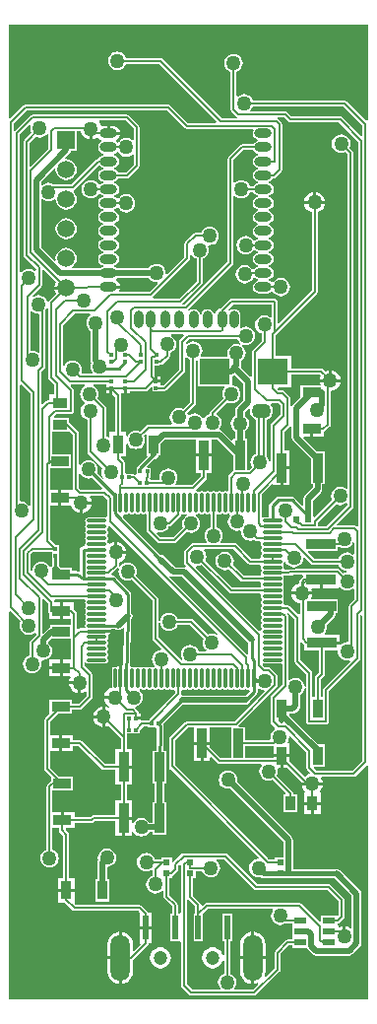
<source format=gtl>
G04 Layer_Physical_Order=1*
G04 Layer_Color=255*
%FSLAX24Y24*%
%MOIN*%
G70*
G01*
G75*
%ADD10R,0.0354X0.0984*%
%ADD11R,0.0236X0.0197*%
%ADD12R,0.0354X0.0630*%
%ADD13R,0.0433X0.0236*%
%ADD14R,0.0118X0.0118*%
%ADD15R,0.0984X0.0354*%
%ADD16R,0.0630X0.0354*%
%ADD17R,0.0118X0.0118*%
%ADD18R,0.0512X0.0354*%
%ADD19R,0.0197X0.0827*%
%ADD20O,0.0591X0.0315*%
%ADD21O,0.0315X0.0591*%
%ADD22R,0.1024X0.0866*%
%ADD23O,0.0118X0.0709*%
%ADD24O,0.0709X0.0118*%
%ADD25R,0.0354X0.0512*%
%ADD26C,0.0079*%
%ADD27C,0.0197*%
%ADD28C,0.0106*%
%ADD29C,0.0177*%
%ADD30C,0.0591*%
%ADD31R,0.0591X0.0591*%
%ADD32C,0.0472*%
%ADD33O,0.0650X0.1575*%
%ADD34C,0.0500*%
G36*
X44633Y49724D02*
Y49090D01*
X44583Y49069D01*
X43921Y49731D01*
X43888Y49753D01*
X43850Y49760D01*
X40741D01*
X40718Y49816D01*
X40669Y49880D01*
X40604Y49930D01*
X40529Y49961D01*
X40448Y49972D01*
X40368Y49961D01*
X40292Y49930D01*
X40240Y49890D01*
X40190Y49908D01*
Y50727D01*
X40246Y50750D01*
X40310Y50800D01*
X40360Y50864D01*
X40391Y50939D01*
X40402Y51020D01*
X40391Y51101D01*
X40360Y51176D01*
X40310Y51240D01*
X40246Y51290D01*
X40171Y51321D01*
X40090Y51332D01*
X40009Y51321D01*
X39934Y51290D01*
X39870Y51240D01*
X39820Y51176D01*
X39789Y51101D01*
X39778Y51020D01*
X39789Y50939D01*
X39820Y50864D01*
X39870Y50800D01*
X39934Y50750D01*
X39990Y50727D01*
Y49440D01*
X39997Y49402D01*
X40019Y49369D01*
X40179Y49209D01*
X40212Y49187D01*
X40202Y49138D01*
X39702D01*
X37669Y51171D01*
X37636Y51193D01*
X37598Y51200D01*
X36443D01*
X36420Y51256D01*
X36370Y51320D01*
X36306Y51370D01*
X36231Y51401D01*
X36150Y51412D01*
X36069Y51401D01*
X35994Y51370D01*
X35930Y51320D01*
X35880Y51256D01*
X35849Y51181D01*
X35838Y51100D01*
X35849Y51019D01*
X35880Y50944D01*
X35930Y50880D01*
X35994Y50830D01*
X36069Y50799D01*
X36150Y50788D01*
X36231Y50799D01*
X36306Y50830D01*
X36370Y50880D01*
X36420Y50944D01*
X36443Y51000D01*
X37556D01*
X39509Y49047D01*
X39490Y49000D01*
X38552D01*
X37961Y49591D01*
X37928Y49613D01*
X37890Y49620D01*
X33040D01*
X33002Y49613D01*
X32969Y49591D01*
X32529Y49151D01*
X32483Y49170D01*
Y52330D01*
X44633D01*
Y49724D01*
D02*
G37*
G36*
X44454Y48914D02*
Y48564D01*
X44407Y48544D01*
X43771Y49181D01*
X43738Y49203D01*
X43700Y49210D01*
X42054D01*
X41914Y49351D01*
X41881Y49373D01*
X41843Y49380D01*
X40674D01*
X40657Y49430D01*
X40669Y49440D01*
X40718Y49504D01*
X40741Y49560D01*
X43808D01*
X44454Y48914D01*
D02*
G37*
G36*
X33825Y48614D02*
Y48133D01*
X33219Y47527D01*
X33173Y47546D01*
Y48318D01*
X33387Y48532D01*
X33442Y48509D01*
X33523Y48498D01*
X33604Y48509D01*
X33679Y48540D01*
X33743Y48590D01*
X33775Y48631D01*
X33825Y48614D01*
D02*
G37*
G36*
X35310Y48454D02*
X35351Y48459D01*
X35437Y48494D01*
X35468Y48519D01*
X35494Y48512D01*
X35535Y48458D01*
X35589Y48417D01*
X35601Y48412D01*
X35607Y48355D01*
X35562Y48325D01*
X35515Y48254D01*
X35498Y48169D01*
X35515Y48085D01*
X35562Y48013D01*
X35634Y47965D01*
X35668Y47959D01*
Y47908D01*
X35634Y47901D01*
X35562Y47853D01*
X35525Y47797D01*
X35517D01*
X35478Y47790D01*
X35446Y47768D01*
X34588Y46910D01*
X34001D01*
X33976Y46930D01*
X33901Y46961D01*
X33820Y46972D01*
X33739Y46961D01*
X33664Y46930D01*
X33618Y46895D01*
X33568Y46918D01*
Y47001D01*
X34019Y47452D01*
X34064Y47430D01*
X34062Y47415D01*
X34074Y47323D01*
X34110Y47237D01*
X34167Y47163D01*
X34241Y47106D01*
X34327Y47070D01*
X34419Y47058D01*
X34512Y47070D01*
X34598Y47106D01*
X34672Y47163D01*
X34729Y47237D01*
X34765Y47323D01*
X34777Y47415D01*
X34765Y47508D01*
X34729Y47594D01*
X34672Y47668D01*
X34598Y47725D01*
X34512Y47761D01*
X34419Y47773D01*
X34405Y47771D01*
X34383Y47816D01*
X34533Y47966D01*
X34533Y47966D01*
X34568Y48018D01*
X34576Y48061D01*
X34774D01*
Y48710D01*
X34919D01*
X34919Y48709D01*
X34954Y48623D01*
X35010Y48550D01*
X35083Y48494D01*
X35169Y48459D01*
X35210Y48454D01*
Y48800D01*
X35310D01*
Y48454D01*
D02*
G37*
G36*
X36700Y48808D02*
Y48430D01*
X36650Y48406D01*
X36606Y48439D01*
X36531Y48470D01*
X36450Y48481D01*
X36369Y48470D01*
X36294Y48439D01*
X36230Y48390D01*
X36196Y48346D01*
X36161Y48330D01*
X36131Y48338D01*
X36106Y48355D01*
X36111Y48412D01*
X36124Y48417D01*
X36178Y48458D01*
X36219Y48512D01*
X36245Y48575D01*
X36247Y48592D01*
X35856D01*
Y48642D01*
X35806D01*
Y48901D01*
X35719D01*
X35651Y48893D01*
X35621Y48880D01*
X35601Y48891D01*
X35566Y48977D01*
X35533Y49020D01*
X35557Y49070D01*
X36438D01*
X36700Y48808D01*
D02*
G37*
G36*
X36196Y47992D02*
X36230Y47949D01*
X36294Y47899D01*
X36369Y47868D01*
X36450Y47858D01*
X36531Y47868D01*
X36606Y47899D01*
X36650Y47933D01*
X36700Y47908D01*
Y47586D01*
X36438Y47325D01*
X36187D01*
X36150Y47381D01*
X36079Y47428D01*
X36045Y47435D01*
Y47486D01*
X36079Y47493D01*
X36150Y47541D01*
X36198Y47612D01*
X36215Y47697D01*
X36198Y47781D01*
X36150Y47853D01*
X36079Y47901D01*
X36045Y47908D01*
Y47959D01*
X36079Y47965D01*
X36131Y48001D01*
X36161Y48008D01*
X36196Y47992D01*
D02*
G37*
G36*
X35560Y47544D02*
X35562Y47541D01*
X35634Y47493D01*
X35668Y47486D01*
Y47435D01*
X35634Y47428D01*
X35562Y47381D01*
X35515Y47309D01*
X35498Y47224D01*
X35515Y47140D01*
X35562Y47068D01*
X35634Y47020D01*
X35668Y47014D01*
Y46963D01*
X35634Y46956D01*
X35579Y46919D01*
X35551Y46913D01*
X35515Y46927D01*
X35480Y46972D01*
X35416Y47022D01*
X35341Y47053D01*
X35260Y47064D01*
X35179Y47053D01*
X35104Y47022D01*
X35040Y46972D01*
X34990Y46908D01*
X34959Y46833D01*
X34948Y46752D01*
X34959Y46671D01*
X34990Y46596D01*
X35040Y46532D01*
X35104Y46482D01*
X35179Y46451D01*
X35260Y46440D01*
X35341Y46451D01*
X35416Y46482D01*
X35480Y46532D01*
X35515Y46577D01*
X35551Y46591D01*
X35579Y46585D01*
X35634Y46548D01*
X35668Y46541D01*
Y46490D01*
X35634Y46483D01*
X35562Y46436D01*
X35515Y46364D01*
X35498Y46280D01*
X35515Y46195D01*
X35562Y46123D01*
X35634Y46076D01*
X35668Y46069D01*
Y46018D01*
X35634Y46011D01*
X35562Y45963D01*
X35515Y45892D01*
X35498Y45807D01*
X35515Y45723D01*
X35562Y45651D01*
X35634Y45603D01*
X35668Y45596D01*
Y45545D01*
X35634Y45539D01*
X35562Y45491D01*
X35515Y45419D01*
X35498Y45335D01*
X35515Y45250D01*
X35562Y45179D01*
X35634Y45131D01*
X35668Y45124D01*
Y45073D01*
X35634Y45066D01*
X35562Y45018D01*
X35515Y44947D01*
X35498Y44862D01*
X35515Y44778D01*
X35562Y44706D01*
X35634Y44658D01*
X35668Y44651D01*
Y44600D01*
X35634Y44594D01*
X35562Y44546D01*
X35515Y44474D01*
X35498Y44390D01*
X35515Y44305D01*
X35562Y44234D01*
X35634Y44186D01*
X35668Y44179D01*
Y44128D01*
X35634Y44121D01*
X35569Y44078D01*
X34644D01*
X34627Y44128D01*
X34672Y44163D01*
X34729Y44237D01*
X34765Y44323D01*
X34777Y44415D01*
X34765Y44508D01*
X34729Y44594D01*
X34672Y44668D01*
X34598Y44725D01*
X34512Y44761D01*
X34419Y44773D01*
X34327Y44761D01*
X34241Y44725D01*
X34167Y44668D01*
X34110Y44594D01*
X34074Y44508D01*
X34062Y44415D01*
X34071Y44347D01*
X34024Y44324D01*
X33568Y44779D01*
Y46402D01*
X33618Y46425D01*
X33664Y46390D01*
X33739Y46359D01*
X33820Y46348D01*
X33901Y46359D01*
X33976Y46390D01*
X34013Y46419D01*
X34020Y46418D01*
X34065Y46395D01*
X34074Y46323D01*
X34110Y46237D01*
X34167Y46163D01*
X34241Y46106D01*
X34327Y46070D01*
X34419Y46058D01*
X34512Y46070D01*
X34598Y46106D01*
X34672Y46163D01*
X34729Y46237D01*
X34765Y46323D01*
X34777Y46415D01*
X34765Y46508D01*
X34729Y46594D01*
X34672Y46668D01*
X34671Y46680D01*
X34680Y46725D01*
X34701Y46739D01*
X35511Y47549D01*
X35560Y47544D01*
D02*
G37*
G36*
X40799Y48013D02*
X40870Y47965D01*
X40904Y47959D01*
Y47908D01*
X40870Y47901D01*
X40799Y47853D01*
X40751Y47781D01*
X40734Y47697D01*
X40751Y47612D01*
X40799Y47541D01*
X40870Y47493D01*
X40904Y47486D01*
Y47435D01*
X40870Y47428D01*
X40799Y47381D01*
X40751Y47309D01*
X40734Y47224D01*
X40751Y47140D01*
X40799Y47068D01*
X40870Y47020D01*
X40904Y47014D01*
Y46963D01*
X40870Y46956D01*
X40799Y46908D01*
X40761Y46852D01*
X40641D01*
X40618Y46908D01*
X40568Y46972D01*
X40504Y47022D01*
X40429Y47053D01*
X40348Y47064D01*
X40267Y47053D01*
X40192Y47022D01*
X40140Y46982D01*
X40090Y47000D01*
Y47748D01*
X40412Y48069D01*
X40761D01*
X40799Y48013D01*
D02*
G37*
G36*
X38439Y48829D02*
X38472Y48807D01*
X38510Y48800D01*
X40740D01*
X40766Y48750D01*
X40751Y48726D01*
X40734Y48642D01*
X40751Y48557D01*
X40799Y48486D01*
X40870Y48438D01*
X40904Y48431D01*
Y48380D01*
X40870Y48373D01*
X40799Y48325D01*
X40761Y48270D01*
X40370D01*
X40332Y48262D01*
X40299Y48240D01*
X39919Y47860D01*
X39897Y47828D01*
X39890Y47789D01*
Y44302D01*
X38428Y42840D01*
X38378D01*
X38362Y42885D01*
X38362Y42890D01*
X39001Y43529D01*
X39023Y43562D01*
X39030Y43600D01*
Y44407D01*
X39086Y44430D01*
X39150Y44480D01*
X39200Y44544D01*
X39231Y44619D01*
X39242Y44700D01*
X39231Y44781D01*
X39216Y44816D01*
X39252Y44862D01*
X39280Y44858D01*
X39361Y44869D01*
X39436Y44900D01*
X39500Y44950D01*
X39550Y45014D01*
X39581Y45089D01*
X39592Y45170D01*
X39581Y45251D01*
X39550Y45326D01*
X39500Y45390D01*
X39436Y45440D01*
X39361Y45471D01*
X39280Y45482D01*
X39199Y45471D01*
X39124Y45440D01*
X39060Y45390D01*
X39010Y45326D01*
X38987Y45270D01*
X38796D01*
X38757Y45263D01*
X38725Y45241D01*
X38457Y44973D01*
X38436Y44941D01*
X38428Y44903D01*
Y44460D01*
X37839Y43871D01*
X37791Y43894D01*
X37794Y43917D01*
X37784Y43998D01*
X37753Y44073D01*
X37703Y44138D01*
X37639Y44187D01*
X37563Y44218D01*
X37483Y44229D01*
X37402Y44218D01*
X37327Y44187D01*
X37262Y44138D01*
X37216Y44078D01*
X36144D01*
X36079Y44121D01*
X36045Y44128D01*
Y44179D01*
X36079Y44186D01*
X36150Y44234D01*
X36198Y44305D01*
X36215Y44390D01*
X36198Y44474D01*
X36150Y44546D01*
X36079Y44594D01*
X36045Y44600D01*
Y44651D01*
X36079Y44658D01*
X36150Y44706D01*
X36198Y44778D01*
X36215Y44862D01*
X36198Y44947D01*
X36150Y45018D01*
X36079Y45066D01*
X36045Y45073D01*
Y45124D01*
X36079Y45131D01*
X36150Y45179D01*
X36198Y45250D01*
X36215Y45335D01*
X36198Y45419D01*
X36150Y45491D01*
X36079Y45539D01*
X36045Y45545D01*
Y45596D01*
X36079Y45603D01*
X36150Y45651D01*
X36198Y45723D01*
X36215Y45807D01*
X36198Y45892D01*
X36150Y45963D01*
X36079Y46011D01*
X36045Y46018D01*
Y46069D01*
X36079Y46076D01*
X36131Y46111D01*
X36161Y46119D01*
X36196Y46103D01*
X36230Y46060D01*
X36294Y46010D01*
X36369Y45979D01*
X36450Y45968D01*
X36531Y45979D01*
X36606Y46010D01*
X36670Y46060D01*
X36720Y46124D01*
X36751Y46199D01*
X36762Y46280D01*
X36751Y46361D01*
X36720Y46436D01*
X36670Y46500D01*
X36606Y46550D01*
X36531Y46581D01*
X36450Y46592D01*
X36369Y46581D01*
X36294Y46550D01*
X36230Y46500D01*
X36196Y46457D01*
X36161Y46441D01*
X36131Y46448D01*
X36079Y46483D01*
X36045Y46490D01*
Y46541D01*
X36079Y46548D01*
X36150Y46596D01*
X36198Y46667D01*
X36215Y46752D01*
X36198Y46836D01*
X36150Y46908D01*
X36079Y46956D01*
X36045Y46963D01*
Y47014D01*
X36079Y47020D01*
X36150Y47068D01*
X36187Y47124D01*
X36480D01*
X36518Y47132D01*
X36551Y47153D01*
X36871Y47473D01*
X36893Y47506D01*
X36900Y47544D01*
Y48850D01*
X36893Y48888D01*
X36871Y48921D01*
X36551Y49241D01*
X36518Y49263D01*
X36480Y49270D01*
X33280D01*
X33242Y49263D01*
X33209Y49241D01*
X32692Y48724D01*
X32679Y48725D01*
X32642Y48741D01*
Y48980D01*
X33082Y49420D01*
X37848D01*
X38439Y48829D01*
D02*
G37*
G36*
X33228Y48905D02*
X33222Y48891D01*
X33211Y48810D01*
X33222Y48729D01*
X33245Y48674D01*
X33002Y48431D01*
X32980Y48398D01*
X32972Y48360D01*
Y44534D01*
X32980Y44496D01*
X33002Y44463D01*
X33398Y44067D01*
Y44012D01*
X33348Y43988D01*
X33306Y44020D01*
X33231Y44051D01*
X33150Y44062D01*
X33069Y44051D01*
X32994Y44020D01*
X32930Y43970D01*
X32910Y43945D01*
X32860Y43962D01*
Y48608D01*
X33185Y48934D01*
X33228Y48905D01*
D02*
G37*
G36*
X37262Y43697D02*
X37327Y43647D01*
X37402Y43616D01*
X37483Y43606D01*
X37506Y43609D01*
X37529Y43561D01*
X37248Y43280D01*
X36250D01*
X36225Y43330D01*
X36245Y43378D01*
X36247Y43395D01*
X35856D01*
Y43495D01*
X36247D01*
X36245Y43512D01*
X36219Y43575D01*
X36178Y43629D01*
X36124Y43670D01*
X36111Y43675D01*
X36106Y43726D01*
X36145Y43757D01*
X37216D01*
X37262Y43697D01*
D02*
G37*
G36*
X38710Y44480D02*
X38774Y44430D01*
X38830Y44407D01*
Y43642D01*
X38248Y43060D01*
X37378D01*
X37362Y43105D01*
X37362Y43110D01*
X38599Y44347D01*
X38621Y44380D01*
X38629Y44418D01*
Y44503D01*
X38679Y44520D01*
X38710Y44480D01*
D02*
G37*
G36*
X34076Y43617D02*
X34074Y43615D01*
X34034Y43519D01*
X34027Y43465D01*
X34419D01*
Y43365D01*
X34027D01*
X34034Y43312D01*
X34074Y43216D01*
X34076Y43214D01*
X33842Y42980D01*
X33827Y42958D01*
X33786Y42957D01*
X33773Y42960D01*
X33750Y43016D01*
X33700Y43080D01*
X33636Y43130D01*
X33561Y43161D01*
X33480Y43172D01*
X33399Y43161D01*
X33324Y43130D01*
X33311Y43120D01*
X33278Y43157D01*
X33569Y43449D01*
X33591Y43482D01*
X33599Y43520D01*
Y44029D01*
X33645Y44048D01*
X34076Y43617D01*
D02*
G37*
G36*
X41378Y42434D02*
X41328Y42409D01*
X41286Y42441D01*
X41211Y42472D01*
X41130Y42483D01*
X41049Y42472D01*
X40974Y42441D01*
X40910Y42392D01*
X40860Y42327D01*
X40829Y42252D01*
X40818Y42171D01*
X40829Y42091D01*
X40860Y42015D01*
X40910Y41951D01*
X40974Y41901D01*
X41030Y41878D01*
Y41615D01*
X40739Y41324D01*
X40717Y41292D01*
X40710Y41253D01*
Y40426D01*
X40660Y40406D01*
X40341Y40724D01*
X40351Y40771D01*
X40351Y40771D01*
Y40944D01*
X40410Y40990D01*
X40460Y41054D01*
X40491Y41129D01*
X40502Y41210D01*
X40491Y41291D01*
X40460Y41366D01*
X40410Y41430D01*
X40364Y41466D01*
X40389Y41510D01*
X40419Y41497D01*
X40500Y41487D01*
X40581Y41497D01*
X40656Y41528D01*
X40720Y41578D01*
X40770Y41643D01*
X40801Y41718D01*
X40812Y41798D01*
X40801Y41879D01*
X40770Y41954D01*
X40720Y42019D01*
X40656Y42068D01*
X40581Y42100D01*
X40500Y42110D01*
X40419Y42100D01*
X40344Y42068D01*
X40331Y42058D01*
X40294Y42093D01*
X40312Y42120D01*
X40329Y42205D01*
Y42480D01*
X40312Y42565D01*
X40264Y42636D01*
X40193Y42684D01*
X40108Y42701D01*
X40024Y42684D01*
X39952Y42636D01*
X39920Y42635D01*
X39898Y42664D01*
X39897Y42681D01*
X40065Y42848D01*
X41378D01*
Y42434D01*
D02*
G37*
G36*
X40230Y41643D02*
X40280Y41578D01*
X40326Y41542D01*
X40301Y41499D01*
X40271Y41511D01*
X40190Y41522D01*
X40109Y41511D01*
X40034Y41480D01*
X39970Y41430D01*
X39920Y41366D01*
X39889Y41291D01*
X39878Y41210D01*
X39889Y41129D01*
X39895Y41114D01*
X39867Y41073D01*
X38999D01*
X38977Y41118D01*
X38990Y41134D01*
X39021Y41209D01*
X39032Y41290D01*
X39021Y41371D01*
X38990Y41446D01*
X38940Y41510D01*
X38876Y41560D01*
X38801Y41591D01*
X38720Y41602D01*
X38639Y41591D01*
X38564Y41560D01*
X38524Y41529D01*
X38470Y41550D01*
X38467Y41573D01*
X38592Y41698D01*
X40207D01*
X40230Y41643D01*
D02*
G37*
G36*
X33324Y42590D02*
X33399Y42559D01*
X33480Y42548D01*
X33480Y42548D01*
X33518Y42515D01*
Y41232D01*
X33468Y41208D01*
X33426Y41240D01*
X33351Y41271D01*
X33270Y41282D01*
X33248Y41279D01*
X33210Y41312D01*
Y42626D01*
X33241Y42637D01*
X33260Y42639D01*
X33324Y42590D01*
D02*
G37*
G36*
X35234Y42490D02*
X35188Y42455D01*
X35138Y42390D01*
X35107Y42315D01*
X35097Y42234D01*
X35107Y42154D01*
X35138Y42079D01*
X35188Y42014D01*
X35248Y41968D01*
Y40960D01*
X35248Y40960D01*
X35260Y40899D01*
X35268Y40887D01*
X35249Y40841D01*
X35238Y40760D01*
X35249Y40679D01*
X35280Y40604D01*
X35314Y40560D01*
X35289Y40510D01*
X34971D01*
X34937Y40560D01*
X34941Y40569D01*
X34952Y40650D01*
X34941Y40731D01*
X34910Y40806D01*
X34860Y40870D01*
X34796Y40920D01*
X34721Y40951D01*
X34640Y40962D01*
X34559Y40951D01*
X34484Y40920D01*
X34420Y40870D01*
X34370Y40806D01*
X34363Y40789D01*
X34313Y40799D01*
Y42151D01*
X34702Y42540D01*
X35217D01*
X35234Y42490D01*
D02*
G37*
G36*
X38399Y41790D02*
X38281Y41671D01*
X38259Y41638D01*
X38251Y41600D01*
Y40663D01*
X37718Y40130D01*
X37620D01*
Y40216D01*
X37461D01*
Y40266D01*
X37411D01*
Y40458D01*
X37410Y40458D01*
Y40797D01*
X37589D01*
Y40815D01*
X37625D01*
X37664Y40823D01*
X37696Y40844D01*
X37901Y41049D01*
X37923Y41082D01*
X37930Y41120D01*
Y41217D01*
X37986Y41240D01*
X38050Y41290D01*
X38100Y41354D01*
X38131Y41429D01*
X38142Y41510D01*
X38131Y41591D01*
X38100Y41666D01*
X38050Y41730D01*
X37986Y41780D01*
X37972Y41786D01*
X37982Y41836D01*
X38380D01*
X38399Y41790D01*
D02*
G37*
G36*
X38564Y41020D02*
X38620Y40997D01*
Y39562D01*
X38376Y39318D01*
X38321Y39341D01*
X38240Y39352D01*
X38159Y39341D01*
X38084Y39310D01*
X38020Y39260D01*
X37970Y39196D01*
X37939Y39121D01*
X37928Y39040D01*
X37939Y38959D01*
X37970Y38884D01*
X38004Y38840D01*
X37979Y38790D01*
X37200D01*
X37162Y38783D01*
X37129Y38761D01*
X36916Y38548D01*
X36861Y38571D01*
X36780Y38582D01*
X36699Y38571D01*
X36624Y38540D01*
X36560Y38490D01*
X36510Y38426D01*
X36498Y38398D01*
X36448Y38408D01*
Y38545D01*
X36272D01*
Y39774D01*
X36266Y39802D01*
X36286Y39837D01*
X36298Y39851D01*
X36377D01*
Y40010D01*
X36477D01*
Y39851D01*
X36586D01*
Y39909D01*
X37104D01*
X37143Y39917D01*
X37175Y39939D01*
X37296Y40060D01*
X37343Y40041D01*
Y39911D01*
X37579D01*
Y39929D01*
X37760D01*
X37798Y39937D01*
X37831Y39959D01*
X38423Y40550D01*
X38444Y40583D01*
X38452Y40621D01*
Y41054D01*
X38485Y41065D01*
X38502Y41068D01*
X38564Y41020D01*
D02*
G37*
G36*
X40417Y40194D02*
Y39619D01*
X40192Y39394D01*
X40157Y39342D01*
X40145Y39280D01*
X40145Y39280D01*
Y39089D01*
X40085Y39043D01*
X40035Y38979D01*
X40004Y38904D01*
X39993Y38823D01*
X40004Y38742D01*
X40035Y38667D01*
X40085Y38602D01*
X40145Y38556D01*
Y38307D01*
X40069D01*
Y38285D01*
X40023Y38265D01*
X39725Y38564D01*
X39672Y38598D01*
X39627Y38607D01*
X39608Y38647D01*
X39607Y38661D01*
X39640Y38704D01*
X39671Y38779D01*
X39682Y38860D01*
X39671Y38941D01*
X39640Y39016D01*
X39590Y39080D01*
X39530Y39127D01*
X39520Y39140D01*
X39512Y39181D01*
X39874Y39542D01*
X39929Y39519D01*
X40010Y39508D01*
X40091Y39519D01*
X40166Y39550D01*
X40230Y39600D01*
X40280Y39664D01*
X40311Y39739D01*
X40322Y39820D01*
X40311Y39901D01*
X40280Y39976D01*
X40230Y40040D01*
X40166Y40090D01*
X40091Y40121D01*
X40030Y40129D01*
Y40426D01*
X40061Y40432D01*
X40114Y40467D01*
X40129Y40482D01*
X40417Y40194D01*
D02*
G37*
G36*
X33812Y42724D02*
Y40380D01*
X33820Y40341D01*
X33842Y40309D01*
X34013Y40137D01*
Y39805D01*
X33857D01*
Y39628D01*
X33814D01*
X33775Y39620D01*
X33743Y39599D01*
X33618Y39474D01*
X33572Y39493D01*
Y40571D01*
X33689Y40689D01*
X33711Y40722D01*
X33719Y40760D01*
Y42664D01*
X33750Y42704D01*
X33762Y42734D01*
X33812Y42724D01*
D02*
G37*
G36*
X38888Y40935D02*
Y40089D01*
X39775D01*
X39785Y40056D01*
X39788Y40039D01*
X39740Y39976D01*
X39709Y39901D01*
X39698Y39820D01*
X39709Y39739D01*
X39732Y39684D01*
X39299Y39251D01*
X39277Y39218D01*
X39270Y39180D01*
Y39153D01*
X39214Y39130D01*
X39150Y39080D01*
X39100Y39016D01*
X39095Y39004D01*
X39045D01*
X39040Y39016D01*
X38990Y39080D01*
X38926Y39130D01*
X38851Y39161D01*
X38770Y39172D01*
X38689Y39161D01*
X38614Y39130D01*
X38593Y39113D01*
X38572Y39116D01*
X38536Y39133D01*
X38518Y39176D01*
X38791Y39449D01*
X38813Y39482D01*
X38820Y39520D01*
Y40956D01*
X38838Y40965D01*
X38888Y40935D01*
D02*
G37*
G36*
X35776Y40060D02*
X35935D01*
Y40010D01*
X35985D01*
Y39818D01*
X36071Y39732D01*
Y38545D01*
X35894D01*
Y38382D01*
X35849Y38360D01*
X35836Y38370D01*
X35780Y38393D01*
Y39340D01*
X35773Y39378D01*
X35751Y39411D01*
X35478Y39684D01*
X35501Y39739D01*
X35512Y39820D01*
X35501Y39901D01*
X35470Y39976D01*
X35420Y40040D01*
X35356Y40090D01*
X35342Y40096D01*
X35352Y40146D01*
X35776D01*
Y40060D01*
D02*
G37*
G36*
X37156Y38438D02*
Y37756D01*
X37156D01*
X37173Y37713D01*
X36848Y37388D01*
X36823Y37351D01*
X36820Y37333D01*
X36811D01*
Y37127D01*
X36761Y37100D01*
X36761Y37101D01*
X36722Y37108D01*
X36654D01*
Y37126D01*
X36458D01*
Y37167D01*
X36400D01*
Y37500D01*
X36392Y37538D01*
X36370Y37571D01*
X36276Y37665D01*
X36283Y37715D01*
X36448D01*
Y38132D01*
X36498Y38142D01*
X36510Y38114D01*
X36560Y38050D01*
X36624Y38000D01*
X36699Y37969D01*
X36780Y37958D01*
X36861Y37969D01*
X36936Y38000D01*
X37000Y38050D01*
X37050Y38114D01*
X37081Y38189D01*
X37092Y38270D01*
X37081Y38351D01*
X37058Y38406D01*
X37109Y38457D01*
X37156Y38438D01*
D02*
G37*
G36*
X40069Y37765D02*
Y37211D01*
X39929Y37071D01*
X39907Y37038D01*
X39900Y37000D01*
Y36561D01*
X39850Y36534D01*
X39842Y36540D01*
X39803Y36547D01*
X39765Y36540D01*
X39732Y36518D01*
X39677D01*
X39645Y36540D01*
X39606Y36547D01*
X39568Y36540D01*
X39535Y36518D01*
X39480D01*
X39448Y36540D01*
X39409Y36547D01*
X39371Y36540D01*
X39338Y36518D01*
X39284D01*
X39251Y36540D01*
X39213Y36547D01*
X39174Y36540D01*
X39142Y36518D01*
X39087D01*
X39054Y36540D01*
X39016Y36547D01*
X38977Y36540D01*
X38945Y36518D01*
X38890D01*
X38857Y36540D01*
X38836Y36544D01*
X38817Y36591D01*
X38817Y36595D01*
X39156Y36934D01*
X39177Y36966D01*
X39185Y37005D01*
Y37164D01*
X39362D01*
Y37706D01*
X38807D01*
Y37164D01*
X38984D01*
Y37046D01*
X38678Y36740D01*
X38141D01*
X38116Y36790D01*
X38150Y36834D01*
X38181Y36909D01*
X38192Y36990D01*
X38181Y37071D01*
X38150Y37146D01*
X38100Y37210D01*
X38036Y37260D01*
X37961Y37291D01*
X37880Y37302D01*
X37799Y37291D01*
X37724Y37260D01*
X37660Y37210D01*
X37610Y37146D01*
X37579Y37071D01*
X37568Y36990D01*
X37574Y36949D01*
X37541Y36911D01*
X37318D01*
X37274Y36929D01*
X37260Y36979D01*
X37266Y37010D01*
Y37096D01*
X37283D01*
Y37333D01*
X37182D01*
X37162Y37379D01*
X37393Y37610D01*
X37453Y37622D01*
X37505Y37656D01*
X37540Y37709D01*
X37550Y37756D01*
X37628D01*
Y38139D01*
X37778Y38289D01*
X38807D01*
Y37806D01*
X39362D01*
Y38289D01*
X39545D01*
X40069Y37765D01*
D02*
G37*
G36*
X41680Y39448D02*
Y39132D01*
X41359Y38811D01*
X41337Y38778D01*
X41330Y38740D01*
Y37539D01*
X41280Y37536D01*
X41271Y37601D01*
X41240Y37676D01*
X41210Y37714D01*
Y38963D01*
X41266Y38986D01*
X41330Y39035D01*
X41380Y39100D01*
X41411Y39175D01*
X41422Y39256D01*
X41411Y39337D01*
X41380Y39412D01*
X41343Y39460D01*
X41365Y39510D01*
X41618D01*
X41680Y39448D01*
D02*
G37*
G36*
X40613Y39347D02*
X40647Y39325D01*
X40638Y39256D01*
X40649Y39175D01*
X40680Y39100D01*
X40730Y39035D01*
X40794Y38986D01*
X40850Y38963D01*
Y37805D01*
X40814Y37790D01*
X40750Y37740D01*
X40700Y37676D01*
X40669Y37601D01*
X40658Y37520D01*
X40669Y37439D01*
X40700Y37364D01*
X40710Y37352D01*
X40618Y37260D01*
X40541D01*
Y38307D01*
X40466D01*
Y38556D01*
X40526Y38602D01*
X40575Y38667D01*
X40606Y38742D01*
X40617Y38823D01*
X40606Y38904D01*
X40575Y38979D01*
X40526Y39043D01*
X40466Y39089D01*
Y39214D01*
X40603Y39351D01*
X40613Y39347D01*
D02*
G37*
G36*
X35058Y40096D02*
X35044Y40090D01*
X34980Y40040D01*
X34930Y39976D01*
X34899Y39901D01*
X34888Y39820D01*
X34899Y39739D01*
X34930Y39664D01*
X34980Y39600D01*
X35038Y39555D01*
X35044Y39526D01*
X35043Y39496D01*
X35010Y39470D01*
X34960Y39406D01*
X34929Y39331D01*
X34918Y39250D01*
X34929Y39169D01*
X34960Y39094D01*
X35010Y39030D01*
X35074Y38980D01*
X35130Y38957D01*
Y37890D01*
X35137Y37852D01*
X35159Y37819D01*
X35652Y37326D01*
X35629Y37271D01*
X35618Y37190D01*
X35629Y37109D01*
X35660Y37034D01*
X35689Y36997D01*
X35651Y36964D01*
X35463Y37151D01*
X35480Y37193D01*
X35491Y37274D01*
X35480Y37354D01*
X35449Y37429D01*
X35400Y37494D01*
X35335Y37544D01*
X35260Y37575D01*
X35179Y37585D01*
X35099Y37575D01*
X35024Y37544D01*
X34959Y37494D01*
X34910Y37431D01*
X34906Y37430D01*
X34860Y37442D01*
Y38480D01*
X34853Y38518D01*
X34831Y38550D01*
X34531Y38850D01*
X34528Y38853D01*
Y39016D01*
X34018D01*
X33998Y39066D01*
X34082Y39150D01*
X34570D01*
X34608Y39157D01*
X34641Y39179D01*
X34663Y39212D01*
X34670Y39250D01*
Y39950D01*
X34663Y39988D01*
X34641Y40021D01*
X34566Y40096D01*
X34587Y40146D01*
X35048D01*
X35058Y40096D01*
D02*
G37*
G36*
X42059Y38719D02*
Y38340D01*
X42059Y38340D01*
X42072Y38279D01*
X42106Y38226D01*
X42697Y37636D01*
Y36781D01*
X42773D01*
Y36681D01*
X42505Y36414D01*
X42470Y36361D01*
X42458Y36300D01*
X42458Y36300D01*
Y36080D01*
X42411Y36060D01*
X42149Y36323D01*
X42112Y36348D01*
X42068Y36357D01*
X41600D01*
X41556Y36348D01*
X41519Y36323D01*
X41317Y36121D01*
X41292Y36084D01*
X41283Y36040D01*
Y35642D01*
X41102D01*
X41080Y35637D01*
X41039Y35662D01*
X41030Y35672D01*
Y36416D01*
X41389Y36775D01*
X41435Y36756D01*
Y36741D01*
X41663D01*
Y37333D01*
X41713D01*
Y37383D01*
X41990D01*
Y37925D01*
X41813D01*
Y38534D01*
X41989Y38711D01*
X42009Y38741D01*
X42013Y38741D01*
X42059Y38719D01*
D02*
G37*
G36*
X34910Y37117D02*
X34959Y37053D01*
X35024Y37004D01*
X35099Y36973D01*
X35179Y36962D01*
X35260Y36973D01*
X35302Y36990D01*
X35645Y36647D01*
X35626Y36600D01*
X34922D01*
X34860Y36662D01*
Y37106D01*
X34906Y37117D01*
X34910Y37117D01*
D02*
G37*
G36*
X43942Y36121D02*
X43947Y36072D01*
X43228Y35353D01*
X42971D01*
X42940Y35390D01*
Y35478D01*
X43564Y36102D01*
X43619Y36079D01*
X43700Y36068D01*
X43781Y36079D01*
X43856Y36110D01*
X43898Y36142D01*
X43942Y36121D01*
D02*
G37*
G36*
X33210Y39848D02*
Y36056D01*
X33160Y36039D01*
X33120Y36090D01*
X33056Y36140D01*
X32981Y36171D01*
X32900Y36182D01*
X32898Y36181D01*
X32860Y36214D01*
Y40132D01*
X32907Y40152D01*
X33210Y39848D01*
D02*
G37*
G36*
X39765Y35764D02*
X39803Y35756D01*
X39842Y35764D01*
X39874Y35785D01*
X39929D01*
X39950Y35771D01*
X39955Y35765D01*
X39964Y35730D01*
X39965Y35712D01*
X39930Y35666D01*
X39899Y35591D01*
X39888Y35510D01*
X39899Y35429D01*
X39930Y35354D01*
X39980Y35290D01*
X40044Y35240D01*
X40119Y35209D01*
X40200Y35198D01*
X40281Y35209D01*
X40301Y35217D01*
X40340Y35187D01*
X40338Y35170D01*
X40349Y35089D01*
X40380Y35014D01*
X40430Y34950D01*
X40494Y34900D01*
X40569Y34869D01*
X40650Y34858D01*
X40731Y34869D01*
X40786Y34892D01*
X40798Y34880D01*
X40831Y34858D01*
X40869Y34850D01*
X40988D01*
X41015Y34800D01*
X41010Y34792D01*
X41002Y34754D01*
X41010Y34716D01*
X41031Y34683D01*
Y34628D01*
X41010Y34595D01*
X41002Y34557D01*
X41010Y34519D01*
X41031Y34486D01*
Y34431D01*
X41010Y34399D01*
X41002Y34360D01*
X41010Y34322D01*
X41015Y34314D01*
X40988Y34264D01*
X40694D01*
X40205Y34753D01*
X40173Y34774D01*
X40134Y34782D01*
X39672D01*
X39647Y34832D01*
X39679Y34874D01*
X39711Y34949D01*
X39721Y35030D01*
X39711Y35111D01*
X39679Y35186D01*
X39630Y35250D01*
X39565Y35300D01*
X39510Y35323D01*
Y35742D01*
X39560Y35769D01*
X39568Y35764D01*
X39606Y35756D01*
X39645Y35764D01*
X39677Y35785D01*
X39732D01*
X39765Y35764D01*
D02*
G37*
G36*
X39174D02*
X39213Y35756D01*
X39251Y35764D01*
X39259Y35769D01*
X39309Y35742D01*
Y35323D01*
X39254Y35300D01*
X39189Y35250D01*
X39139Y35186D01*
X39108Y35111D01*
X39098Y35030D01*
X39108Y34949D01*
X39139Y34874D01*
X39172Y34832D01*
X39147Y34782D01*
X38720D01*
X38682Y34774D01*
X38649Y34753D01*
X38441Y34544D01*
X38419Y34512D01*
X38411Y34473D01*
Y34118D01*
X38419Y34080D01*
X38441Y34047D01*
X38472Y34016D01*
X38470Y34007D01*
X38415Y33968D01*
X38412Y33968D01*
X38412Y33968D01*
X38109D01*
X37734Y34343D01*
X37682Y34378D01*
X37622Y34390D01*
X36347Y35664D01*
X36354Y35728D01*
X36375Y35742D01*
X36385Y35757D01*
X36418Y35764D01*
X36457Y35756D01*
X36495Y35764D01*
X36528Y35785D01*
X36583D01*
X36615Y35764D01*
X36654Y35756D01*
X36692Y35764D01*
X36725Y35785D01*
X36779D01*
X36812Y35764D01*
X36850Y35756D01*
X36889Y35764D01*
X36921Y35785D01*
X36976D01*
X37009Y35764D01*
X37047Y35756D01*
X37086Y35764D01*
X37094Y35769D01*
X37144Y35742D01*
Y35206D01*
X37151Y35168D01*
X37173Y35135D01*
X37499Y34809D01*
X37532Y34787D01*
X37570Y34780D01*
X38090D01*
X38128Y34787D01*
X38161Y34809D01*
X38514Y35162D01*
X38569Y35139D01*
X38650Y35128D01*
X38731Y35139D01*
X38806Y35170D01*
X38870Y35220D01*
X38920Y35284D01*
X38951Y35359D01*
X38962Y35440D01*
X38951Y35521D01*
X38920Y35596D01*
X38870Y35660D01*
X38806Y35710D01*
X38815Y35741D01*
X38823Y35757D01*
X38857Y35764D01*
X38890Y35785D01*
X38945D01*
X38977Y35764D01*
X39016Y35756D01*
X39054Y35764D01*
X39087Y35785D01*
X39142D01*
X39174Y35764D01*
D02*
G37*
G36*
X38522Y35775D02*
X38507Y35715D01*
X38494Y35710D01*
X38430Y35660D01*
X38380Y35596D01*
X38349Y35521D01*
X38338Y35440D01*
X38349Y35359D01*
X38372Y35304D01*
X38048Y34980D01*
X37612D01*
X37481Y35110D01*
X37510Y35153D01*
X37519Y35149D01*
X37600Y35138D01*
X37681Y35149D01*
X37756Y35180D01*
X37820Y35230D01*
X37870Y35294D01*
X37893Y35350D01*
X37918D01*
X37957Y35357D01*
X37989Y35379D01*
X38299Y35689D01*
X38321Y35722D01*
X38326Y35745D01*
X38362Y35766D01*
X38379Y35769D01*
X38387Y35764D01*
X38425Y35756D01*
X38464Y35764D01*
X38496Y35785D01*
X38513D01*
X38522Y35775D01*
D02*
G37*
G36*
X34528Y38543D02*
Y38543D01*
X34571Y38526D01*
X34660Y38438D01*
Y36620D01*
X34661Y36611D01*
X34613Y36596D01*
X34253D01*
Y36319D01*
Y36042D01*
X34594D01*
X34623Y35970D01*
X34679Y35897D01*
X34752Y35841D01*
X34838Y35806D01*
X34879Y35800D01*
Y36147D01*
X34929D01*
Y36197D01*
X35275D01*
X35270Y36238D01*
X35235Y36323D01*
X35214Y36350D01*
X35239Y36400D01*
X35678D01*
X35810Y36268D01*
Y35674D01*
X35760Y35639D01*
X35748Y35642D01*
X35157D01*
X35119Y35634D01*
X35087Y35612D01*
X35065Y35580D01*
X35057Y35541D01*
X35065Y35503D01*
X35087Y35470D01*
Y35415D01*
X35065Y35383D01*
X35057Y35344D01*
X35065Y35306D01*
X35087Y35274D01*
Y35219D01*
X35065Y35186D01*
X35057Y35148D01*
X35065Y35109D01*
X35087Y35077D01*
Y35022D01*
X35065Y34989D01*
X35057Y34951D01*
X35065Y34912D01*
X35087Y34880D01*
Y34825D01*
X35065Y34792D01*
X35057Y34754D01*
X35064Y34721D01*
X35060Y34709D01*
X35034Y34671D01*
X35000D01*
X34956Y34663D01*
X34919Y34638D01*
X34894Y34601D01*
X34886Y34557D01*
Y33834D01*
X34842Y33810D01*
X34832Y33817D01*
X34822Y33820D01*
X34814Y33826D01*
X34802Y33829D01*
X34790Y33833D01*
X34780Y33833D01*
X34770Y33835D01*
X34626D01*
Y33957D01*
X34243D01*
X34170Y34030D01*
Y34242D01*
X34173D01*
Y34715D01*
X34079D01*
X33884Y34909D01*
Y36042D01*
X34153D01*
Y36319D01*
Y36596D01*
X33884D01*
Y37303D01*
X34577D01*
Y37776D01*
X33950D01*
Y38543D01*
X34528D01*
X34528Y38543D01*
D02*
G37*
G36*
X41942Y49039D02*
X41974Y49017D01*
X42013Y49010D01*
X43658D01*
X44316Y48352D01*
Y35356D01*
X44270Y35337D01*
X44263Y35343D01*
X44231Y35365D01*
X44192Y35373D01*
X43597D01*
X43578Y35419D01*
X44119Y35961D01*
X44141Y35993D01*
X44149Y36032D01*
Y47972D01*
X44141Y48010D01*
X44119Y48043D01*
X44008Y48154D01*
X44031Y48209D01*
X44042Y48290D01*
X44031Y48371D01*
X44000Y48446D01*
X43950Y48510D01*
X43886Y48560D01*
X43811Y48591D01*
X43730Y48602D01*
X43649Y48591D01*
X43574Y48560D01*
X43510Y48510D01*
X43460Y48446D01*
X43429Y48371D01*
X43418Y48290D01*
X43429Y48209D01*
X43460Y48134D01*
X43510Y48070D01*
X43574Y48020D01*
X43649Y47989D01*
X43730Y47978D01*
X43811Y47989D01*
X43866Y48012D01*
X43948Y47930D01*
Y36642D01*
X43898Y36618D01*
X43856Y36650D01*
X43781Y36681D01*
X43700Y36692D01*
X43619Y36681D01*
X43544Y36650D01*
X43480Y36600D01*
X43430Y36536D01*
X43399Y36461D01*
X43388Y36380D01*
X43399Y36299D01*
X43422Y36244D01*
X42841Y35663D01*
X42795Y35683D01*
Y35748D01*
X42779D01*
Y36233D01*
X43047Y36501D01*
X43047Y36501D01*
X43081Y36554D01*
X43094Y36615D01*
X43094Y36615D01*
Y36781D01*
X43169D01*
Y37884D01*
X42903D01*
X42459Y38328D01*
X42478Y38374D01*
X42686D01*
Y38652D01*
X42786D01*
Y38374D01*
X43151D01*
Y38557D01*
X43160Y38559D01*
X43193Y38581D01*
X43341Y38729D01*
X43363Y38762D01*
X43370Y38800D01*
Y39928D01*
X43451Y39939D01*
X43537Y39974D01*
X43610Y40030D01*
X43666Y40103D01*
X43701Y40189D01*
X43706Y40230D01*
X43014D01*
X43019Y40189D01*
X43035Y40150D01*
X43007Y40108D01*
X42362D01*
Y39725D01*
X42106Y39469D01*
X42072Y39417D01*
X42069Y39403D01*
X42019Y39408D01*
Y39680D01*
X42011Y39718D01*
X41989Y39751D01*
X41810Y39930D01*
X41778Y39952D01*
X41739Y39960D01*
X41619D01*
X41578Y40001D01*
X41597Y40048D01*
X42039D01*
Y40480D01*
X43018D01*
X43051Y40448D01*
X43019Y40371D01*
X43014Y40330D01*
X43310D01*
Y40626D01*
X43269Y40621D01*
X43192Y40589D01*
X43130Y40652D01*
X43098Y40673D01*
X43059Y40681D01*
X42039D01*
Y41114D01*
X41528D01*
Y41826D01*
X42901Y43199D01*
X42923Y43232D01*
X42930Y43270D01*
Y45973D01*
X43007Y46004D01*
X43080Y46060D01*
X43136Y46133D01*
X43171Y46219D01*
X43176Y46260D01*
X42484D01*
X42489Y46219D01*
X42524Y46133D01*
X42580Y46060D01*
X42653Y46004D01*
X42730Y45973D01*
Y43312D01*
X41625Y42207D01*
X41579Y42226D01*
Y42942D01*
X41571Y42981D01*
X41549Y43013D01*
X41543Y43019D01*
X41511Y43041D01*
X41472Y43049D01*
X40023D01*
X39985Y43041D01*
X39952Y43019D01*
X39666Y42734D01*
X39647Y42731D01*
X39585Y42705D01*
X39531Y42664D01*
X39490Y42610D01*
X39464Y42548D01*
X39463Y42540D01*
X39412Y42538D01*
X39407Y42565D01*
X39359Y42636D01*
X39287Y42684D01*
X39203Y42701D01*
X39118Y42684D01*
X39047Y42636D01*
X38999Y42565D01*
X38992Y42531D01*
X38941D01*
X38934Y42565D01*
X38886Y42636D01*
X38815Y42684D01*
X38730Y42701D01*
X38646Y42684D01*
X38589Y42646D01*
X38557Y42685D01*
X40061Y44189D01*
X40083Y44222D01*
X40090Y44260D01*
Y46504D01*
X40140Y46522D01*
X40192Y46482D01*
X40267Y46451D01*
X40348Y46440D01*
X40429Y46451D01*
X40504Y46482D01*
X40568Y46532D01*
X40618Y46596D01*
X40641Y46652D01*
X40761D01*
X40799Y46596D01*
X40870Y46548D01*
X40904Y46541D01*
Y46490D01*
X40870Y46483D01*
X40799Y46436D01*
X40751Y46364D01*
X40734Y46280D01*
X40751Y46195D01*
X40799Y46123D01*
X40870Y46076D01*
X40904Y46069D01*
Y46018D01*
X40870Y46011D01*
X40799Y45963D01*
X40751Y45892D01*
X40734Y45807D01*
X40751Y45723D01*
X40799Y45651D01*
X40870Y45603D01*
X40904Y45596D01*
Y45545D01*
X40870Y45539D01*
X40799Y45491D01*
X40751Y45419D01*
X40734Y45335D01*
X40751Y45250D01*
X40799Y45179D01*
X40870Y45131D01*
X40904Y45124D01*
Y45073D01*
X40870Y45066D01*
X40817Y45030D01*
X40788Y45023D01*
X40752Y45039D01*
X40718Y45083D01*
X40654Y45132D01*
X40578Y45163D01*
X40498Y45174D01*
X40417Y45163D01*
X40342Y45132D01*
X40277Y45083D01*
X40228Y45018D01*
X40197Y44943D01*
X40186Y44862D01*
X40197Y44782D01*
X40228Y44706D01*
X40277Y44642D01*
X40342Y44592D01*
X40417Y44561D01*
X40498Y44550D01*
X40578Y44561D01*
X40654Y44592D01*
X40718Y44642D01*
X40752Y44686D01*
X40788Y44701D01*
X40817Y44694D01*
X40870Y44658D01*
X40904Y44651D01*
Y44600D01*
X40870Y44594D01*
X40799Y44546D01*
X40751Y44474D01*
X40734Y44390D01*
X40751Y44305D01*
X40799Y44234D01*
X40870Y44186D01*
X40904Y44179D01*
Y44128D01*
X40870Y44121D01*
X40799Y44073D01*
X40786Y44055D01*
X40778Y44051D01*
X40726Y44054D01*
X40690Y44100D01*
X40626Y44150D01*
X40551Y44181D01*
X40470Y44192D01*
X40389Y44181D01*
X40314Y44150D01*
X40250Y44100D01*
X40200Y44036D01*
X40169Y43961D01*
X40158Y43880D01*
X40169Y43799D01*
X40200Y43724D01*
X40250Y43660D01*
X40314Y43610D01*
X40389Y43579D01*
X40470Y43568D01*
X40551Y43579D01*
X40626Y43610D01*
X40690Y43660D01*
X40740Y43724D01*
X40749Y43746D01*
X40768Y43752D01*
X40807Y43756D01*
X40870Y43713D01*
X40904Y43707D01*
Y43656D01*
X40870Y43649D01*
X40799Y43601D01*
X40751Y43529D01*
X40734Y43445D01*
X40751Y43360D01*
X40799Y43289D01*
X40870Y43241D01*
X40955Y43224D01*
X41230D01*
X41315Y43241D01*
X41369Y43277D01*
X41402Y43282D01*
X41433Y43268D01*
X41470Y43220D01*
X41534Y43170D01*
X41609Y43139D01*
X41690Y43128D01*
X41771Y43139D01*
X41846Y43170D01*
X41910Y43220D01*
X41960Y43284D01*
X41991Y43359D01*
X42002Y43440D01*
X41991Y43521D01*
X41960Y43596D01*
X41910Y43660D01*
X41846Y43710D01*
X41771Y43741D01*
X41690Y43752D01*
X41609Y43741D01*
X41534Y43710D01*
X41470Y43660D01*
X41436Y43617D01*
X41395Y43604D01*
X41372Y43611D01*
X41315Y43649D01*
X41281Y43656D01*
Y43707D01*
X41315Y43713D01*
X41386Y43761D01*
X41434Y43833D01*
X41451Y43917D01*
X41434Y44002D01*
X41386Y44073D01*
X41315Y44121D01*
X41281Y44128D01*
Y44179D01*
X41315Y44186D01*
X41386Y44234D01*
X41434Y44305D01*
X41451Y44390D01*
X41434Y44474D01*
X41386Y44546D01*
X41315Y44594D01*
X41281Y44600D01*
Y44651D01*
X41315Y44658D01*
X41386Y44706D01*
X41434Y44778D01*
X41451Y44862D01*
X41434Y44947D01*
X41386Y45018D01*
X41315Y45066D01*
X41281Y45073D01*
Y45124D01*
X41315Y45131D01*
X41386Y45179D01*
X41434Y45250D01*
X41451Y45335D01*
X41434Y45419D01*
X41386Y45491D01*
X41315Y45539D01*
X41281Y45545D01*
Y45596D01*
X41315Y45603D01*
X41386Y45651D01*
X41434Y45723D01*
X41451Y45807D01*
X41434Y45892D01*
X41386Y45963D01*
X41315Y46011D01*
X41281Y46018D01*
Y46069D01*
X41315Y46076D01*
X41386Y46123D01*
X41434Y46195D01*
X41451Y46280D01*
X41434Y46364D01*
X41386Y46436D01*
X41315Y46483D01*
X41281Y46490D01*
Y46541D01*
X41315Y46548D01*
X41386Y46596D01*
X41434Y46667D01*
X41451Y46752D01*
X41434Y46836D01*
X41386Y46908D01*
X41315Y46956D01*
X41281Y46963D01*
Y47014D01*
X41315Y47020D01*
X41386Y47068D01*
X41424Y47124D01*
X41440D01*
X41478Y47132D01*
X41511Y47153D01*
X41701Y47343D01*
X41723Y47376D01*
X41730Y47414D01*
Y48938D01*
X41723Y48976D01*
X41701Y49009D01*
X41601Y49109D01*
X41568Y49131D01*
X41578Y49180D01*
X41801D01*
X41942Y49039D01*
D02*
G37*
G36*
X44178Y34793D02*
Y34422D01*
X44128Y34398D01*
X44086Y34430D01*
X44011Y34461D01*
X43930Y34472D01*
X43849Y34461D01*
X43774Y34430D01*
X43710Y34380D01*
X43660Y34316D01*
X43637Y34260D01*
X42822D01*
X42601Y34481D01*
X42620Y34528D01*
X43602D01*
Y34663D01*
X43675D01*
X43688Y34654D01*
X43763Y34623D01*
X43844Y34612D01*
X43924Y34623D01*
X44000Y34654D01*
X44064Y34703D01*
X44114Y34768D01*
X44128Y34803D01*
X44178Y34793D01*
D02*
G37*
G36*
X39930Y33108D02*
X39962Y33086D01*
X40001Y33079D01*
X40988D01*
X41015Y33029D01*
X41010Y33021D01*
X41002Y32982D01*
X41010Y32944D01*
X41031Y32911D01*
Y32856D01*
X41010Y32824D01*
X41002Y32785D01*
X41010Y32747D01*
X41031Y32714D01*
Y32660D01*
X41010Y32627D01*
X41002Y32589D01*
X41010Y32550D01*
X41031Y32518D01*
Y32463D01*
X41010Y32430D01*
X41002Y32392D01*
X41010Y32353D01*
X41031Y32321D01*
Y32266D01*
X41010Y32233D01*
X41002Y32195D01*
X41010Y32156D01*
X41031Y32124D01*
Y32069D01*
X41010Y32036D01*
X41002Y31998D01*
X41010Y31960D01*
X41031Y31927D01*
Y31872D01*
X41010Y31840D01*
X41009Y31834D01*
X40954Y31818D01*
X38807Y33965D01*
X38830Y34012D01*
X38860Y34008D01*
X38941Y34019D01*
X38996Y34042D01*
X39930Y33108D01*
D02*
G37*
G36*
X33937Y34242D02*
X33941D01*
Y34030D01*
X33909Y33983D01*
X33889Y33979D01*
X33856Y33981D01*
X33850Y33996D01*
X33800Y34060D01*
X33736Y34110D01*
X33661Y34141D01*
X33580Y34152D01*
X33499Y34141D01*
X33424Y34110D01*
X33360Y34060D01*
X33310Y33996D01*
X33279Y33921D01*
X33272Y33865D01*
X33222Y33868D01*
Y34410D01*
X33308Y34496D01*
X33937D01*
Y34242D01*
D02*
G37*
G36*
X42709Y34089D02*
X42742Y34067D01*
X42780Y34060D01*
X43637D01*
X43660Y34004D01*
X43710Y33940D01*
X43774Y33890D01*
X43849Y33859D01*
X43915Y33850D01*
Y33800D01*
X43849Y33791D01*
X43794Y33768D01*
X43671Y33891D01*
X43638Y33913D01*
X43600Y33920D01*
X42506D01*
X42504Y33920D01*
X42502Y33920D01*
X41820Y33889D01*
X41806Y33905D01*
X41788Y33938D01*
X41793Y33967D01*
X41786Y34005D01*
X41764Y34037D01*
Y34092D01*
X41786Y34125D01*
X41841Y34147D01*
X41852Y34145D01*
X41860Y34124D01*
X41910Y34060D01*
X41974Y34010D01*
X42049Y33979D01*
X42130Y33968D01*
X42211Y33979D01*
X42286Y34010D01*
X42350Y34060D01*
X42400Y34124D01*
X42431Y34199D01*
X42442Y34280D01*
X42441Y34286D01*
X42488Y34310D01*
X42709Y34089D01*
D02*
G37*
G36*
X40582Y34092D02*
X40614Y34071D01*
X40653Y34063D01*
X40988D01*
X41015Y34013D01*
X41010Y34005D01*
X41002Y33967D01*
X41010Y33928D01*
X41031Y33896D01*
Y33841D01*
X41010Y33808D01*
X41002Y33770D01*
X41010Y33731D01*
X41015Y33723D01*
X40988Y33673D01*
X40439D01*
X40068Y34044D01*
X40091Y34099D01*
X40102Y34180D01*
X40091Y34261D01*
X40060Y34336D01*
X40010Y34400D01*
X39946Y34450D01*
X39871Y34481D01*
X39790Y34492D01*
X39709Y34481D01*
X39634Y34450D01*
X39570Y34400D01*
X39520Y34336D01*
X39489Y34261D01*
X39478Y34180D01*
X39489Y34099D01*
X39520Y34024D01*
X39570Y33960D01*
X39634Y33910D01*
X39709Y33879D01*
X39790Y33868D01*
X39871Y33879D01*
X39926Y33902D01*
X40326Y33502D01*
X40359Y33480D01*
X40397Y33472D01*
X40988D01*
X41015Y33422D01*
X41010Y33414D01*
X41002Y33376D01*
X41010Y33338D01*
X41015Y33329D01*
X40988Y33279D01*
X40042D01*
X39138Y34184D01*
X39161Y34239D01*
X39172Y34320D01*
X39161Y34401D01*
X39130Y34476D01*
X39087Y34531D01*
X39102Y34581D01*
X40093D01*
X40582Y34092D01*
D02*
G37*
G36*
X33811Y32760D02*
Y32500D01*
X33819Y32462D01*
X33837Y32434D01*
Y32223D01*
X34202D01*
Y32500D01*
Y32777D01*
X34012D01*
Y32801D01*
X34005Y32832D01*
X34005Y32833D01*
X34015Y32855D01*
X34036Y32882D01*
X35043D01*
X35070Y32832D01*
X35065Y32824D01*
X35057Y32785D01*
X35065Y32747D01*
X35087Y32714D01*
Y32660D01*
X35065Y32627D01*
X35057Y32589D01*
X35065Y32550D01*
X35087Y32518D01*
Y32463D01*
X35065Y32430D01*
X35057Y32392D01*
X35065Y32353D01*
X35087Y32321D01*
Y32266D01*
X35065Y32233D01*
X35057Y32195D01*
X35065Y32156D01*
X35087Y32124D01*
Y32069D01*
X35065Y32036D01*
X35057Y31998D01*
X35065Y31960D01*
X35058Y31926D01*
X35043Y31916D01*
X35033Y31902D01*
X34880D01*
X34842Y31894D01*
X34820Y31880D01*
X34770Y31897D01*
Y32400D01*
X34763Y32438D01*
X34741Y32471D01*
X34667Y32545D01*
Y32777D01*
X34302D01*
Y32500D01*
Y32223D01*
X34570D01*
Y32018D01*
X33878D01*
Y31934D01*
X33859Y31930D01*
X33806Y31895D01*
X33806Y31895D01*
X33645Y31734D01*
X33599Y31753D01*
Y32901D01*
X33649Y32922D01*
X33811Y32760D01*
D02*
G37*
G36*
X36385Y31902D02*
X36354Y30686D01*
X36310Y30659D01*
Y30207D01*
X36210D01*
Y30654D01*
X36198Y30652D01*
X36145Y30617D01*
X36135Y30601D01*
X36101Y30595D01*
X36063Y30602D01*
X36025Y30595D01*
X35992Y30573D01*
X35970Y30540D01*
X35963Y30502D01*
Y29911D01*
X35965Y29901D01*
X35886Y29869D01*
X35813Y29813D01*
X35757Y29740D01*
X35722Y29654D01*
X35716Y29613D01*
X36063D01*
Y29513D01*
X35716D01*
X35722Y29472D01*
X35757Y29386D01*
X35813Y29313D01*
X35876Y29265D01*
X35851Y29221D01*
X35779Y29251D01*
X35738Y29256D01*
Y28910D01*
Y28564D01*
X35779Y28569D01*
X35856Y28601D01*
X36268Y28188D01*
Y27807D01*
X36091D01*
Y27315D01*
X35739D01*
X34961Y28093D01*
X34928Y28114D01*
X34890Y28122D01*
X34647D01*
Y28299D01*
X34282D01*
Y28022D01*
Y27745D01*
X34647D01*
Y27921D01*
X34848D01*
X35626Y27144D01*
X35659Y27122D01*
X35697Y27114D01*
X36091D01*
Y26622D01*
X36268D01*
Y26074D01*
X36091D01*
Y25583D01*
X35349D01*
X35311Y25575D01*
X35300Y25568D01*
X35278Y25553D01*
X35248Y25524D01*
X34696D01*
Y25700D01*
X34332D01*
Y25423D01*
X34232D01*
Y25700D01*
X33960D01*
Y26407D01*
X34656D01*
Y26880D01*
X34187D01*
X33870Y27197D01*
Y27745D01*
X34182D01*
Y28022D01*
Y28299D01*
X33870D01*
Y28738D01*
X34138Y29006D01*
X34606D01*
Y29142D01*
X34880D01*
X34918Y29149D01*
X34951Y29171D01*
X35291Y29511D01*
X35313Y29544D01*
X35320Y29582D01*
Y30310D01*
X35313Y30348D01*
X35291Y30381D01*
X35030Y30642D01*
Y30740D01*
X35080Y30755D01*
X35087Y30746D01*
X35119Y30724D01*
X35157Y30717D01*
X35748D01*
X35786Y30724D01*
X35819Y30746D01*
X35841Y30779D01*
X35848Y30817D01*
X35841Y30855D01*
X35819Y30888D01*
Y30943D01*
X35841Y30975D01*
X35848Y31014D01*
X35841Y31052D01*
X35819Y31085D01*
Y31140D01*
X35841Y31172D01*
X35848Y31211D01*
X35841Y31249D01*
X35819Y31282D01*
Y31337D01*
X35841Y31369D01*
X35848Y31407D01*
X35841Y31446D01*
X35819Y31478D01*
Y31533D01*
X35841Y31566D01*
X35848Y31604D01*
X35841Y31643D01*
X35847Y31676D01*
X35863Y31687D01*
X35898Y31739D01*
X35900Y31751D01*
X35453D01*
Y31851D01*
X35916D01*
X35940Y31884D01*
X36076D01*
X36127Y31850D01*
X36188Y31837D01*
X36249Y31850D01*
X36302Y31885D01*
X36339Y31922D01*
X36385Y31902D01*
D02*
G37*
G36*
X39556Y31723D02*
X39523Y31685D01*
X39516Y31690D01*
X39441Y31721D01*
X39360Y31732D01*
X39279Y31721D01*
X39224Y31698D01*
X38731Y32191D01*
X38698Y32213D01*
X38660Y32220D01*
X38193D01*
X38170Y32276D01*
X38120Y32340D01*
X38056Y32390D01*
X37981Y32421D01*
X37900Y32432D01*
X37819Y32421D01*
X37744Y32390D01*
X37680Y32340D01*
X37630Y32276D01*
X37599Y32201D01*
X37590Y32136D01*
X37540Y32139D01*
Y32880D01*
X37533Y32918D01*
X37511Y32951D01*
X36778Y33684D01*
X36801Y33739D01*
X36812Y33820D01*
X36801Y33901D01*
X36770Y33976D01*
X36720Y34040D01*
X36656Y34090D01*
X36581Y34121D01*
X36500Y34132D01*
X36419Y34121D01*
X36344Y34090D01*
X36280Y34040D01*
X36244Y33994D01*
X36198Y34016D01*
X36200Y34030D01*
Y34133D01*
X36277Y34164D01*
X36350Y34220D01*
X36406Y34293D01*
X36441Y34379D01*
X36446Y34420D01*
X36100D01*
Y34470D01*
X36050D01*
Y34816D01*
X36009Y34811D01*
X35923Y34776D01*
X35896Y34754D01*
X35844Y34778D01*
X35841Y34792D01*
X35819Y34825D01*
Y34880D01*
X35841Y34912D01*
X35848Y34951D01*
X35841Y34989D01*
X35819Y35022D01*
Y35077D01*
X35841Y35109D01*
X35848Y35148D01*
X35841Y35186D01*
X35819Y35219D01*
Y35274D01*
X35841Y35306D01*
X35848Y35344D01*
X35845Y35363D01*
X35891Y35387D01*
X39556Y31723D01*
D02*
G37*
G36*
X42451Y33678D02*
X42446Y33637D01*
X42442Y33636D01*
X42409Y33614D01*
X42329Y33534D01*
X42307Y33502D01*
X42300Y33463D01*
Y33427D01*
X42223Y33396D01*
X42150Y33340D01*
X42094Y33267D01*
X42059Y33181D01*
X42054Y33140D01*
X42746D01*
X42741Y33181D01*
X42723Y33225D01*
X42751Y33266D01*
X43001D01*
Y33543D01*
X43101D01*
Y33266D01*
X43643D01*
Y33274D01*
X43693Y33291D01*
X43710Y33270D01*
X43774Y33220D01*
X43849Y33189D01*
X43930Y33178D01*
X44011Y33189D01*
X44086Y33220D01*
X44128Y33252D01*
X44178Y33228D01*
Y32890D01*
X44019Y32731D01*
X43997Y32698D01*
X43990Y32660D01*
Y31472D01*
X43952Y31439D01*
X43930Y31442D01*
X43849Y31431D01*
X43774Y31400D01*
X43713Y31353D01*
X43689Y31357D01*
X43663Y31366D01*
Y31367D01*
X43071D01*
Y31467D01*
X43663D01*
Y31694D01*
X43192D01*
X43172Y31744D01*
X43210Y31794D01*
X43241Y31869D01*
X43252Y31950D01*
X43242Y32025D01*
X43504Y32286D01*
X43538Y32339D01*
X43551Y32400D01*
Y32402D01*
X43622D01*
Y32874D01*
X42732D01*
X42710Y32924D01*
X42741Y32999D01*
X42746Y33040D01*
X42054D01*
X42059Y32999D01*
X42094Y32913D01*
X42150Y32840D01*
X42223Y32784D01*
X42309Y32749D01*
X42331Y32746D01*
Y32390D01*
X42281Y32369D01*
X41991Y32660D01*
X41958Y32681D01*
X41920Y32689D01*
X41807D01*
X41780Y32739D01*
X41786Y32747D01*
X41793Y32785D01*
X41786Y32824D01*
X41764Y32856D01*
Y32911D01*
X41786Y32944D01*
X41793Y32982D01*
X41786Y33021D01*
X41764Y33053D01*
Y33108D01*
X41786Y33141D01*
X41793Y33179D01*
X41786Y33218D01*
X41764Y33250D01*
Y33305D01*
X41786Y33338D01*
X41793Y33376D01*
X41786Y33414D01*
X41764Y33447D01*
Y33502D01*
X41786Y33534D01*
X41793Y33573D01*
X41786Y33611D01*
X41769Y33636D01*
X41777Y33667D01*
X41789Y33687D01*
X42414Y33715D01*
X42451Y33678D01*
D02*
G37*
G36*
X37599Y32039D02*
X37630Y31964D01*
X37680Y31900D01*
X37744Y31850D01*
X37819Y31819D01*
X37900Y31808D01*
X37981Y31819D01*
X38056Y31850D01*
X38120Y31900D01*
X38170Y31964D01*
X38193Y32020D01*
X38618D01*
X39082Y31556D01*
X39059Y31501D01*
X39048Y31420D01*
X39059Y31339D01*
X39090Y31264D01*
X39140Y31200D01*
X39165Y31180D01*
X39148Y31130D01*
X38903D01*
X38880Y31186D01*
X38830Y31250D01*
X38766Y31300D01*
X38691Y31331D01*
X38610Y31342D01*
X38529Y31331D01*
X38454Y31300D01*
X38390Y31250D01*
X38340Y31186D01*
X38309Y31111D01*
X38298Y31030D01*
X38309Y30949D01*
X38340Y30874D01*
X38345Y30867D01*
X38307Y30834D01*
X37540Y31602D01*
Y32101D01*
X37590Y32104D01*
X37599Y32039D01*
D02*
G37*
G36*
X37981Y33660D02*
X38042Y33647D01*
X38346D01*
X40587Y31405D01*
Y31045D01*
X40537Y31024D01*
X37926Y33636D01*
X37958Y33675D01*
X37981Y33660D01*
D02*
G37*
G36*
X36211Y33930D02*
X36199Y33901D01*
X36188Y33820D01*
X36199Y33739D01*
X36230Y33664D01*
X36280Y33600D01*
X36344Y33550D01*
X36419Y33519D01*
X36500Y33508D01*
X36581Y33519D01*
X36636Y33542D01*
X37340Y32838D01*
Y31560D01*
X37347Y31522D01*
X37369Y31489D01*
X37652Y31206D01*
X37627Y31160D01*
X37559Y31151D01*
X37484Y31120D01*
X37420Y31070D01*
X37370Y31006D01*
X37339Y30931D01*
X37328Y30850D01*
X37339Y30769D01*
X37370Y30694D01*
X37407Y30646D01*
X37405Y30627D01*
X37397Y30595D01*
X37392Y30588D01*
X37370Y30573D01*
X37315D01*
X37283Y30595D01*
X37244Y30602D01*
X37206Y30595D01*
X37173Y30573D01*
X37118D01*
X37086Y30595D01*
X37047Y30602D01*
X37009Y30595D01*
X36976Y30573D01*
X36921D01*
X36889Y30595D01*
X36850Y30602D01*
X36812Y30595D01*
X36779Y30573D01*
X36725D01*
X36692Y30595D01*
X36654Y30602D01*
X36631Y30598D01*
X36591Y30622D01*
X36582Y30633D01*
X36622Y32204D01*
X36624Y32206D01*
X36658Y32259D01*
X36671Y32320D01*
X36658Y32381D01*
X36624Y32432D01*
Y33063D01*
X36616Y33106D01*
X36591Y33143D01*
X36081Y33654D01*
X36043Y33679D01*
X36000Y33687D01*
X35970D01*
X35949Y33737D01*
X36171Y33959D01*
X36211Y33930D01*
D02*
G37*
G36*
X42160Y32207D02*
Y30790D01*
X42167Y30752D01*
X42189Y30719D01*
X42550Y30358D01*
Y29929D01*
X42500Y29926D01*
X42491Y29991D01*
X42460Y30066D01*
X42410Y30130D01*
X42346Y30180D01*
X42271Y30211D01*
X42190Y30222D01*
X42109Y30211D01*
X42034Y30180D01*
X41990Y30146D01*
X41940Y30171D01*
Y32312D01*
X41933Y32350D01*
X41911Y32383D01*
X41897Y32397D01*
X41913Y32451D01*
X41915Y32452D01*
X42160Y32207D01*
D02*
G37*
G36*
X40158Y29819D02*
X40197Y29811D01*
X40235Y29819D01*
X40268Y29840D01*
X40323D01*
X40355Y29819D01*
X40394Y29811D01*
X40432Y29819D01*
X40465Y29840D01*
X40520D01*
X40552Y29819D01*
X40591Y29811D01*
X40610Y29815D01*
X40634Y29769D01*
X40496Y29631D01*
X38370D01*
X38329Y29676D01*
X38329Y29678D01*
X38329Y29680D01*
Y29797D01*
X38379Y29824D01*
X38387Y29819D01*
X38425Y29811D01*
X38464Y29819D01*
X38496Y29840D01*
X38551D01*
X38584Y29819D01*
X38622Y29811D01*
X38660Y29819D01*
X38693Y29840D01*
X38748D01*
X38781Y29819D01*
X38819Y29811D01*
X38857Y29819D01*
X38890Y29840D01*
X38945D01*
X38977Y29819D01*
X39016Y29811D01*
X39054Y29819D01*
X39087Y29840D01*
X39142D01*
X39174Y29819D01*
X39213Y29811D01*
X39251Y29819D01*
X39284Y29840D01*
X39338D01*
X39371Y29819D01*
X39409Y29811D01*
X39448Y29819D01*
X39480Y29840D01*
X39535D01*
X39568Y29819D01*
X39606Y29811D01*
X39645Y29819D01*
X39677Y29840D01*
X39732D01*
X39765Y29819D01*
X39803Y29811D01*
X39842Y29819D01*
X39874Y29840D01*
X39929D01*
X39962Y29819D01*
X40000Y29811D01*
X40038Y29819D01*
X40071Y29840D01*
X40126D01*
X40158Y29819D01*
D02*
G37*
G36*
X37796D02*
X37835Y29811D01*
X37873Y29819D01*
X37906Y29840D01*
X37961D01*
X37993Y29819D01*
X38031Y29811D01*
X38070Y29819D01*
X38078Y29824D01*
X38128Y29797D01*
Y29720D01*
X37232Y28824D01*
X37210Y28792D01*
X37210Y28789D01*
X37185D01*
Y28772D01*
X36988D01*
X36941Y28813D01*
Y28818D01*
X36781D01*
Y28918D01*
X36941D01*
Y29027D01*
X36882D01*
Y29030D01*
X36878Y29048D01*
X36876Y29065D01*
X36875Y29067D01*
X36874Y29068D01*
X36864Y29083D01*
X36855Y29098D01*
X36755Y29205D01*
X36773Y29258D01*
X36781Y29259D01*
X36856Y29290D01*
X36920Y29340D01*
X36970Y29404D01*
X37001Y29479D01*
X37012Y29560D01*
X37001Y29641D01*
X36970Y29716D01*
X36921Y29780D01*
X36920Y29780D01*
X36921Y29840D01*
X36976D01*
X37009Y29819D01*
X37047Y29811D01*
X37086Y29819D01*
X37118Y29840D01*
X37173D01*
X37206Y29819D01*
X37244Y29811D01*
X37283Y29819D01*
X37315Y29840D01*
X37370D01*
X37403Y29819D01*
X37441Y29811D01*
X37479Y29819D01*
X37512Y29840D01*
X37567D01*
X37599Y29819D01*
X37638Y29811D01*
X37676Y29819D01*
X37709Y29840D01*
X37764D01*
X37796Y29819D01*
D02*
G37*
G36*
X43618Y31130D02*
X43629Y31049D01*
X43660Y30974D01*
X43710Y30910D01*
X43774Y30860D01*
X43849Y30829D01*
X43930Y30818D01*
X44011Y30829D01*
X44020Y30833D01*
X44049Y30790D01*
X43149Y29891D01*
X43127Y29858D01*
X43120Y29820D01*
Y29588D01*
X43033D01*
Y30178D01*
X43142Y30287D01*
X43164Y30319D01*
X43171Y30358D01*
Y31140D01*
X43609D01*
X43618Y31130D01*
D02*
G37*
G36*
X42479Y31357D02*
Y31140D01*
X42971D01*
Y30399D01*
X42862Y30291D01*
X42840Y30258D01*
X42833Y30220D01*
Y29588D01*
X42750D01*
Y30400D01*
X42743Y30438D01*
X42721Y30471D01*
X42360Y30832D01*
Y31404D01*
X42410Y31425D01*
X42479Y31357D01*
D02*
G37*
G36*
X44454Y32330D02*
Y27421D01*
X44118Y27086D01*
X42898D01*
X42806Y27178D01*
X42825Y27224D01*
X43169D01*
Y27972D01*
X42958D01*
X41968Y28963D01*
X41988Y29013D01*
X42083D01*
X42083Y29013D01*
X42145Y29025D01*
X42197Y29060D01*
X42304Y29166D01*
X42304Y29166D01*
X42338Y29219D01*
X42351Y29280D01*
X42351Y29280D01*
Y29644D01*
X42410Y29690D01*
X42460Y29754D01*
X42491Y29829D01*
X42500Y29894D01*
X42550Y29891D01*
Y28750D01*
X42557Y28712D01*
X42579Y28679D01*
X42612Y28657D01*
X42650Y28650D01*
X43220D01*
X43258Y28657D01*
X43291Y28679D01*
X43313Y28712D01*
X43320Y28750D01*
Y29778D01*
X44351Y30809D01*
X44373Y30842D01*
X44380Y30880D01*
Y32335D01*
X44404Y32353D01*
X44454Y32330D01*
D02*
G37*
G36*
X41102Y30717D02*
X41693D01*
X41740Y30675D01*
Y30002D01*
X41359Y29621D01*
X41337Y29588D01*
X41330Y29550D01*
Y28748D01*
X41337Y28710D01*
X41359Y28677D01*
X41492Y28545D01*
X41482Y28483D01*
X41440Y28450D01*
X41390Y28386D01*
X41359Y28311D01*
X41348Y28230D01*
X41356Y28170D01*
X41322Y28120D01*
X40472D01*
Y28563D01*
X40281D01*
X40260Y28613D01*
X41549Y29902D01*
X41571Y29934D01*
X41579Y29973D01*
Y30280D01*
X41571Y30319D01*
X41549Y30351D01*
X41351Y30550D01*
X41318Y30571D01*
X41280Y30579D01*
X41162D01*
X41077Y30663D01*
X41092Y30713D01*
X41100Y30717D01*
X41102Y30717D01*
D02*
G37*
G36*
X32872Y32136D02*
X32849Y32081D01*
X32838Y32000D01*
X32849Y31919D01*
X32880Y31844D01*
X32930Y31780D01*
X32994Y31730D01*
X33069Y31699D01*
X33150Y31688D01*
X33231Y31699D01*
X33306Y31730D01*
X33348Y31762D01*
X33392Y31741D01*
X33397Y31692D01*
X33199Y31494D01*
X33177Y31462D01*
X33170Y31423D01*
Y30983D01*
X33114Y30960D01*
X33050Y30910D01*
X33000Y30846D01*
X32969Y30771D01*
X32958Y30690D01*
X32969Y30609D01*
X33000Y30534D01*
X33050Y30470D01*
X33114Y30420D01*
X33189Y30389D01*
X33270Y30378D01*
X33351Y30389D01*
X33426Y30420D01*
X33490Y30470D01*
X33540Y30534D01*
X33571Y30609D01*
X33582Y30690D01*
X33571Y30771D01*
X33564Y30788D01*
X33599Y30834D01*
X33640Y30828D01*
X33721Y30839D01*
X33796Y30870D01*
X33860Y30920D01*
X33910Y30984D01*
X33941Y31059D01*
X33952Y31140D01*
X33941Y31221D01*
X33910Y31296D01*
X33860Y31360D01*
X33819Y31392D01*
X33816Y31450D01*
X33911Y31545D01*
X34570D01*
Y30838D01*
X34302D01*
Y30561D01*
Y30284D01*
X34544D01*
X34566Y30239D01*
X34564Y30237D01*
X34529Y30151D01*
X34524Y30110D01*
X34870D01*
Y30060D01*
X34920D01*
Y29714D01*
X34961Y29719D01*
X35047Y29754D01*
X35070Y29772D01*
X35120Y29747D01*
Y29624D01*
X34838Y29342D01*
X34606D01*
Y29478D01*
X33858D01*
Y29010D01*
X33699Y28851D01*
X33677Y28818D01*
X33670Y28780D01*
Y27155D01*
X33677Y27117D01*
X33699Y27084D01*
X33907Y26876D01*
Y26737D01*
X33905Y26736D01*
X33873Y26715D01*
X33789Y26631D01*
X33767Y26598D01*
X33760Y26560D01*
Y24423D01*
X33704Y24400D01*
X33640Y24350D01*
X33590Y24286D01*
X33559Y24211D01*
X33548Y24130D01*
X33559Y24049D01*
X33590Y23974D01*
X33640Y23910D01*
X33704Y23860D01*
X33779Y23829D01*
X33860Y23818D01*
X33941Y23829D01*
X34016Y23860D01*
X34080Y23910D01*
X34130Y23974D01*
X34161Y24049D01*
X34172Y24130D01*
X34161Y24211D01*
X34130Y24286D01*
X34080Y24350D01*
X34016Y24400D01*
X33960Y24423D01*
Y25146D01*
X34181D01*
Y25070D01*
X34189Y25032D01*
X34211Y24999D01*
X34319Y24891D01*
Y23456D01*
X34142D01*
Y23091D01*
X34696D01*
Y23456D01*
X34520D01*
Y24933D01*
X34512Y24971D01*
X34490Y25004D01*
X34398Y25096D01*
X34418Y25146D01*
X34696D01*
Y25323D01*
X35290D01*
X35328Y25331D01*
X35361Y25352D01*
X35391Y25382D01*
X36091D01*
Y24890D01*
X36318D01*
Y25482D01*
X36368D01*
Y25532D01*
X36645D01*
Y26074D01*
X36468D01*
Y26622D01*
X36645D01*
Y27165D01*
X36368D01*
Y27265D01*
X36645D01*
Y27807D01*
X36468D01*
Y28346D01*
X36900D01*
Y28441D01*
X37030Y28571D01*
X37185D01*
Y28553D01*
X37450D01*
X37485Y28518D01*
X37479Y27766D01*
X37352D01*
Y26663D01*
X37428D01*
Y26033D01*
X37352D01*
Y25331D01*
X37231D01*
X37185Y25390D01*
X37120Y25440D01*
X37045Y25471D01*
X36964Y25482D01*
X36883Y25471D01*
X36808Y25440D01*
X36744Y25390D01*
X36695Y25327D01*
X36691Y25327D01*
X36645Y25338D01*
Y25432D01*
X36418D01*
Y24890D01*
X36645D01*
Y25002D01*
X36691Y25013D01*
X36695Y25013D01*
X36744Y24950D01*
X36808Y24900D01*
X36883Y24869D01*
X36964Y24858D01*
X37045Y24869D01*
X37120Y24900D01*
X37185Y24950D01*
X37231Y25009D01*
X37352D01*
Y24931D01*
X37825D01*
Y26033D01*
X37749D01*
Y26663D01*
X37825D01*
Y27766D01*
X37743D01*
X37708Y27801D01*
X37714Y28610D01*
X37714Y28610D01*
X37714Y28611D01*
X37710Y28632D01*
X37706Y28654D01*
X37706Y28654D01*
X37706Y28654D01*
X37697Y28667D01*
X38339Y29309D01*
X40497D01*
X40559Y29322D01*
X40611Y29356D01*
X40646Y29409D01*
X40658Y29468D01*
X40868Y29679D01*
X40893Y29716D01*
X40902Y29760D01*
Y29853D01*
X40952Y29877D01*
X40974Y29860D01*
X41049Y29829D01*
X41113Y29820D01*
X41136Y29772D01*
X40124Y28760D01*
X38514D01*
X38475Y28753D01*
X38443Y28731D01*
X37929Y28217D01*
X37907Y28185D01*
X37900Y28146D01*
Y27238D01*
X37907Y27200D01*
X37929Y27167D01*
X40939Y24157D01*
X40916Y24110D01*
X40849Y24101D01*
X40774Y24070D01*
X40710Y24020D01*
X40660Y23956D01*
X40629Y23881D01*
X40618Y23800D01*
X40629Y23719D01*
X40660Y23644D01*
X40710Y23580D01*
X40774Y23530D01*
X40849Y23499D01*
X40930Y23488D01*
X40998Y23497D01*
X41006Y23489D01*
X41059Y23454D01*
X41120Y23442D01*
X41170Y23452D01*
X41486D01*
Y23445D01*
X41841D01*
Y23452D01*
X43501D01*
X44089Y22863D01*
Y21786D01*
X44045Y21764D01*
X44017Y21786D01*
X43931Y21821D01*
X43890Y21826D01*
Y21480D01*
X43790D01*
Y21826D01*
X43749Y21821D01*
X43693Y21798D01*
X43643Y21831D01*
Y21862D01*
X43602D01*
Y21918D01*
X43638Y21925D01*
X43671Y21947D01*
X43811Y22087D01*
X43833Y22119D01*
X43840Y22158D01*
Y22720D01*
X43833Y22758D01*
X43811Y22791D01*
X43381Y23221D01*
X43348Y23243D01*
X43310Y23250D01*
X40892D01*
X39871Y24271D01*
X39838Y24293D01*
X39800Y24300D01*
X38400D01*
X38362Y24293D01*
X38329Y24271D01*
X38052Y23994D01*
X38047Y23994D01*
X38002Y24010D01*
Y24154D01*
X37648D01*
Y24096D01*
X37425D01*
X37400Y24156D01*
X37350Y24220D01*
X37286Y24270D01*
X37211Y24301D01*
X37130Y24312D01*
X37049Y24301D01*
X36974Y24270D01*
X36910Y24220D01*
X36860Y24156D01*
X36829Y24081D01*
X36818Y24000D01*
X36829Y23919D01*
X36860Y23844D01*
X36910Y23780D01*
X36974Y23730D01*
X37049Y23699D01*
X37130Y23688D01*
X37211Y23699D01*
X37286Y23730D01*
X37290Y23733D01*
X37340Y23708D01*
Y23533D01*
X37284Y23510D01*
X37220Y23460D01*
X37170Y23396D01*
X37139Y23321D01*
X37128Y23240D01*
X37139Y23159D01*
X37170Y23084D01*
X37220Y23020D01*
X37284Y22970D01*
X37359Y22939D01*
X37440Y22928D01*
X37521Y22939D01*
X37596Y22970D01*
X37660Y23020D01*
X37674Y23038D01*
X37724Y23021D01*
Y22826D01*
X37732Y22787D01*
X37754Y22755D01*
X38000Y22508D01*
Y22254D01*
X37943D01*
Y21309D01*
X38258D01*
X38300Y21289D01*
Y19830D01*
X38307Y19792D01*
X38329Y19759D01*
X38579Y19509D01*
X38612Y19487D01*
X38650Y19480D01*
X40790D01*
X40828Y19487D01*
X40861Y19509D01*
X41641Y20289D01*
X41663Y20322D01*
X41670Y20360D01*
Y20878D01*
X41962Y21169D01*
X42067D01*
Y21093D01*
X42568D01*
X42568Y21092D01*
X42603Y21040D01*
X42766Y20876D01*
X42766Y20876D01*
X42819Y20842D01*
X42880Y20829D01*
X44000D01*
X44000Y20829D01*
X44061Y20842D01*
X44114Y20876D01*
X44364Y21126D01*
X44364Y21126D01*
X44398Y21179D01*
X44411Y21240D01*
Y22930D01*
X44411Y22930D01*
X44398Y22991D01*
X44364Y23044D01*
X44364Y23044D01*
X43691Y23716D01*
X43639Y23751D01*
X43578Y23763D01*
X43527Y23753D01*
X42101D01*
Y24740D01*
X42101Y24740D01*
X42088Y24801D01*
X42054Y24854D01*
X40200Y26707D01*
X40210Y26781D01*
X40200Y26862D01*
X40168Y26937D01*
X40119Y27002D01*
X40054Y27051D01*
X39979Y27083D01*
X39899Y27093D01*
X39818Y27083D01*
X39743Y27051D01*
X39678Y27002D01*
X39629Y26937D01*
X39597Y26862D01*
X39587Y26781D01*
X39597Y26701D01*
X39629Y26626D01*
X39678Y26561D01*
X39743Y26512D01*
X39818Y26480D01*
X39899Y26470D01*
X39973Y26480D01*
X41779Y24673D01*
Y24154D01*
X41486D01*
Y24096D01*
X41284D01*
X38100Y27280D01*
Y28105D01*
X38555Y28560D01*
X38739D01*
Y28062D01*
X39016D01*
X39293D01*
Y28560D01*
X40000D01*
Y27517D01*
X39653D01*
X39293Y27877D01*
Y27962D01*
X39066D01*
Y27420D01*
X39293D01*
Y27527D01*
X39339Y27547D01*
X39540Y27345D01*
X39573Y27324D01*
X39611Y27316D01*
X41008D01*
X41032Y27266D01*
X41000Y27224D01*
X40969Y27149D01*
X40958Y27068D01*
X40969Y26987D01*
X41000Y26912D01*
X41050Y26847D01*
X41114Y26798D01*
X41189Y26767D01*
X41270Y26756D01*
X41351Y26767D01*
X41406Y26790D01*
X41851Y26345D01*
X41831Y26299D01*
X41772D01*
Y25669D01*
X42244D01*
Y26299D01*
X42108D01*
Y26330D01*
X42101Y26368D01*
X42079Y26401D01*
X41548Y26932D01*
X41571Y26987D01*
X41582Y27068D01*
X41573Y27133D01*
X41604Y27183D01*
X41663D01*
Y27548D01*
X41435D01*
Y27517D01*
X40472D01*
Y27920D01*
X41435D01*
Y27648D01*
X41990D01*
Y28013D01*
X41940D01*
X41918Y28058D01*
X41930Y28074D01*
X41961Y28149D01*
X41972Y28230D01*
X41971Y28236D01*
X42018Y28260D01*
X42557Y27721D01*
Y27185D01*
X42565Y27147D01*
X42587Y27114D01*
X42673Y27027D01*
X42653Y26976D01*
X42579Y26946D01*
X42506Y26890D01*
X42496Y26889D01*
X41990Y27395D01*
Y27548D01*
X41763D01*
Y27183D01*
X41917D01*
X42410Y26691D01*
X42409Y26690D01*
X43102D01*
X43097Y26731D01*
X43062Y26817D01*
X43043Y26841D01*
X43065Y26885D01*
X44160D01*
X44198Y26893D01*
X44231Y26915D01*
X44583Y27267D01*
X44633Y27246D01*
Y19343D01*
X32483D01*
Y20128D01*
Y32460D01*
X32529Y32479D01*
X32872Y32136D01*
D02*
G37*
G36*
X40779Y23079D02*
X40812Y23057D01*
X40850Y23050D01*
X43268D01*
X43640Y22678D01*
Y22226D01*
X43602Y22195D01*
X43051D01*
Y21996D01*
X43005Y21977D01*
X42385Y22597D01*
X42352Y22619D01*
X42314Y22627D01*
X39174D01*
X39136Y22619D01*
X39103Y22597D01*
X39034Y22528D01*
X39006Y22540D01*
X38988Y22552D01*
X38981Y22588D01*
X38959Y22621D01*
X38722Y22857D01*
Y23445D01*
X38799D01*
Y23700D01*
X39027D01*
X39050Y23644D01*
X39100Y23580D01*
X39164Y23530D01*
X39239Y23499D01*
X39320Y23488D01*
X39401Y23499D01*
X39476Y23530D01*
X39540Y23580D01*
X39590Y23644D01*
X39621Y23719D01*
X39632Y23800D01*
X39621Y23881D01*
X39590Y23956D01*
X39540Y24020D01*
X39502Y24050D01*
X39519Y24100D01*
X39758D01*
X40779Y23079D01*
D02*
G37*
G36*
X38300Y23873D02*
Y22274D01*
X38258Y22254D01*
X38201D01*
Y22550D01*
X38193Y22588D01*
X38171Y22621D01*
X37925Y22867D01*
Y23445D01*
X38002D01*
Y23506D01*
X38021Y23510D01*
X38053Y23531D01*
X38193Y23671D01*
X38214Y23703D01*
X38222Y23742D01*
Y23870D01*
X38253Y23894D01*
X38300Y23873D01*
D02*
G37*
G36*
X38551Y22745D02*
X38787Y22508D01*
Y22254D01*
X38730D01*
Y21309D01*
X39045D01*
Y22254D01*
X39045Y22254D01*
X39045D01*
X39078Y22288D01*
X39216Y22426D01*
X41404D01*
X41428Y22376D01*
X41396Y22334D01*
X41365Y22258D01*
X41354Y22178D01*
X41365Y22097D01*
X41396Y22022D01*
X41446Y21957D01*
X41510Y21908D01*
X41585Y21877D01*
X41666Y21866D01*
X41747Y21877D01*
X41822Y21908D01*
X41834Y21917D01*
X42067D01*
Y21841D01*
X42067D01*
Y21821D01*
X42067D01*
Y21467D01*
X42067D01*
Y21447D01*
X42067D01*
Y21370D01*
X41920D01*
X41882Y21362D01*
X41849Y21341D01*
X41499Y20991D01*
X41477Y20958D01*
X41470Y20920D01*
Y20402D01*
X41173Y20105D01*
X41131Y20134D01*
X41152Y20184D01*
X41167Y20295D01*
Y20708D01*
X40788D01*
Y19873D01*
X40849Y19881D01*
X40900Y19902D01*
X40928Y19860D01*
X40748Y19680D01*
X40133D01*
X40108Y19730D01*
X40142Y19774D01*
X40173Y19849D01*
X40184Y19930D01*
X40173Y20011D01*
X40142Y20086D01*
X40092Y20150D01*
X40028Y20200D01*
X39972Y20223D01*
Y21309D01*
X40030D01*
Y22254D01*
X39715D01*
Y21309D01*
X39772D01*
Y20862D01*
X39725Y20850D01*
X39689Y20937D01*
X39633Y21011D01*
X39559Y21067D01*
X39472Y21103D01*
X39380Y21115D01*
X39287Y21103D01*
X39201Y21067D01*
X39127Y21011D01*
X39070Y20937D01*
X39035Y20850D01*
X39023Y20758D01*
X39035Y20665D01*
X39070Y20579D01*
X39127Y20505D01*
X39201Y20448D01*
X39287Y20413D01*
X39380Y20400D01*
X39472Y20413D01*
X39559Y20448D01*
X39633Y20505D01*
X39689Y20579D01*
X39725Y20665D01*
X39772Y20654D01*
Y20223D01*
X39716Y20200D01*
X39652Y20150D01*
X39602Y20086D01*
X39571Y20011D01*
X39560Y19930D01*
X39571Y19849D01*
X39602Y19774D01*
X39636Y19730D01*
X39611Y19680D01*
X38692D01*
X38500Y19872D01*
Y22731D01*
X38550Y22746D01*
X38551Y22745D01*
D02*
G37*
%LPC*%
G36*
X35994Y48901D02*
X35906D01*
Y48692D01*
X36247D01*
X36245Y48709D01*
X36219Y48772D01*
X36178Y48825D01*
X36124Y48867D01*
X36061Y48893D01*
X35994Y48901D01*
D02*
G37*
G36*
X34419Y45773D02*
X34327Y45761D01*
X34241Y45725D01*
X34167Y45668D01*
X34110Y45594D01*
X34074Y45508D01*
X34062Y45415D01*
X34074Y45323D01*
X34110Y45237D01*
X34167Y45163D01*
X34241Y45106D01*
X34327Y45070D01*
X34419Y45058D01*
X34512Y45070D01*
X34598Y45106D01*
X34672Y45163D01*
X34729Y45237D01*
X34765Y45323D01*
X34777Y45415D01*
X34765Y45508D01*
X34729Y45594D01*
X34672Y45668D01*
X34598Y45725D01*
X34512Y45761D01*
X34419Y45773D01*
D02*
G37*
G36*
X37620Y40425D02*
X37511D01*
Y40316D01*
X37620D01*
Y40425D01*
D02*
G37*
G36*
X35885Y39960D02*
X35776D01*
Y39851D01*
X35885D01*
Y39960D01*
D02*
G37*
G36*
X41990Y37283D02*
X41763D01*
Y36741D01*
X41990D01*
Y37283D01*
D02*
G37*
G36*
X35275Y36097D02*
X34979D01*
Y35800D01*
X35020Y35806D01*
X35105Y35841D01*
X35179Y35897D01*
X35235Y35970D01*
X35270Y36055D01*
X35275Y36097D01*
D02*
G37*
G36*
X42880Y46656D02*
Y46360D01*
X43176D01*
X43171Y46401D01*
X43136Y46487D01*
X43080Y46560D01*
X43007Y46616D01*
X42921Y46651D01*
X42880Y46656D01*
D02*
G37*
G36*
X42780D02*
X42739Y46651D01*
X42653Y46616D01*
X42580Y46560D01*
X42524Y46487D01*
X42489Y46401D01*
X42484Y46360D01*
X42780D01*
Y46656D01*
D02*
G37*
G36*
X43410Y40626D02*
Y40330D01*
X43706D01*
X43701Y40371D01*
X43666Y40457D01*
X43610Y40530D01*
X43537Y40586D01*
X43451Y40621D01*
X43410Y40626D01*
D02*
G37*
G36*
X35638Y29256D02*
X35597Y29251D01*
X35512Y29216D01*
X35438Y29160D01*
X35382Y29087D01*
X35347Y29001D01*
X35342Y28960D01*
X35638D01*
Y29256D01*
D02*
G37*
G36*
Y28860D02*
X35342D01*
X35347Y28819D01*
X35382Y28733D01*
X35438Y28660D01*
X35512Y28604D01*
X35597Y28569D01*
X35638Y28564D01*
Y28860D01*
D02*
G37*
G36*
X36150Y34816D02*
Y34520D01*
X36446D01*
X36441Y34561D01*
X36406Y34647D01*
X36350Y34720D01*
X36277Y34776D01*
X36191Y34811D01*
X36150Y34816D01*
D02*
G37*
G36*
X34202Y30838D02*
X33837D01*
Y30611D01*
X34202D01*
Y30838D01*
D02*
G37*
G36*
Y30511D02*
X33837D01*
Y30284D01*
X34202D01*
Y30511D01*
D02*
G37*
G36*
X34820Y30010D02*
X34524D01*
X34529Y29969D01*
X34564Y29883D01*
X34620Y29810D01*
X34693Y29754D01*
X34779Y29719D01*
X34820Y29714D01*
Y30010D01*
D02*
G37*
G36*
X38966Y27962D02*
X38739D01*
Y27420D01*
X38966D01*
Y27962D01*
D02*
G37*
G36*
X43102Y26590D02*
X42409D01*
X42415Y26549D01*
X42450Y26463D01*
X42506Y26390D01*
X42510Y26388D01*
X42494Y26340D01*
X42479D01*
Y26034D01*
X43033D01*
Y26340D01*
X43018D01*
X43002Y26388D01*
X43006Y26390D01*
X43062Y26463D01*
X43097Y26549D01*
X43102Y26590D01*
D02*
G37*
G36*
X43033Y25934D02*
X42806D01*
Y25628D01*
X43033D01*
Y25934D01*
D02*
G37*
G36*
X42706D02*
X42479D01*
Y25628D01*
X42706D01*
Y25934D01*
D02*
G37*
G36*
X35800Y24452D02*
X35719Y24441D01*
X35644Y24410D01*
X35579Y24360D01*
X35530Y24296D01*
X35499Y24221D01*
X35488Y24140D01*
X35499Y24059D01*
X35500Y24055D01*
X35491Y24041D01*
X35479Y23980D01*
X35479Y23980D01*
Y23415D01*
X35404D01*
Y22667D01*
X35876D01*
Y23415D01*
X35800D01*
Y23828D01*
X35880Y23839D01*
X35956Y23870D01*
X36020Y23920D01*
X36070Y23984D01*
X36101Y24059D01*
X36111Y24140D01*
X36101Y24221D01*
X36070Y24296D01*
X36020Y24360D01*
X35956Y24410D01*
X35880Y24441D01*
X35800Y24452D01*
D02*
G37*
G36*
X34696Y22991D02*
X34142D01*
Y22626D01*
X34371D01*
X34628Y22369D01*
X34661Y22347D01*
X34699Y22340D01*
X36875D01*
X36885Y22329D01*
X36918Y22295D01*
X36918D01*
X36918Y22295D01*
Y21832D01*
X37315D01*
Y22295D01*
X37198D01*
X37187Y22311D01*
X36987Y22511D01*
X36955Y22533D01*
X36916Y22540D01*
X34741D01*
X34684Y22597D01*
X34696Y22626D01*
X34696D01*
Y22991D01*
D02*
G37*
G36*
X37315Y21732D02*
X36918D01*
Y21268D01*
X36927D01*
X36946Y21222D01*
X36725Y21000D01*
X36678Y21020D01*
Y21220D01*
X36664Y21331D01*
X36621Y21435D01*
X36553Y21523D01*
X36464Y21592D01*
X36361Y21634D01*
X36300Y21642D01*
Y20758D01*
Y19873D01*
X36361Y19881D01*
X36464Y19924D01*
X36553Y19992D01*
X36621Y20081D01*
X36664Y20184D01*
X36678Y20295D01*
Y20673D01*
X36687Y20679D01*
X37187Y21179D01*
X37209Y21212D01*
X37216Y21250D01*
Y21268D01*
X37315D01*
Y21732D01*
D02*
G37*
G36*
X36200Y21642D02*
X36139Y21634D01*
X36036Y21592D01*
X35947Y21523D01*
X35879Y21435D01*
X35836Y21331D01*
X35822Y21220D01*
Y20808D01*
X36200D01*
Y21642D01*
D02*
G37*
G36*
X37608Y21115D02*
X37516Y21103D01*
X37430Y21067D01*
X37356Y21011D01*
X37299Y20937D01*
X37263Y20850D01*
X37251Y20758D01*
X37263Y20665D01*
X37299Y20579D01*
X37356Y20505D01*
X37430Y20448D01*
X37516Y20413D01*
X37608Y20400D01*
X37701Y20413D01*
X37787Y20448D01*
X37861Y20505D01*
X37918Y20579D01*
X37953Y20665D01*
X37966Y20758D01*
X37953Y20850D01*
X37918Y20937D01*
X37861Y21011D01*
X37787Y21067D01*
X37701Y21103D01*
X37608Y21115D01*
D02*
G37*
G36*
X36200Y20708D02*
X35822D01*
Y20295D01*
X35836Y20184D01*
X35879Y20081D01*
X35947Y19992D01*
X36036Y19924D01*
X36139Y19881D01*
X36200Y19873D01*
Y20708D01*
D02*
G37*
G36*
X40788Y21642D02*
Y20808D01*
X41167D01*
Y21220D01*
X41152Y21331D01*
X41109Y21435D01*
X41041Y21523D01*
X40952Y21592D01*
X40849Y21634D01*
X40788Y21642D01*
D02*
G37*
G36*
X40688D02*
X40627Y21634D01*
X40524Y21592D01*
X40435Y21523D01*
X40367Y21435D01*
X40324Y21331D01*
X40310Y21220D01*
Y20808D01*
X40688D01*
Y21642D01*
D02*
G37*
G36*
Y20708D02*
X40310D01*
Y20295D01*
X40324Y20184D01*
X40367Y20081D01*
X40435Y19992D01*
X40524Y19924D01*
X40627Y19881D01*
X40688Y19873D01*
Y20708D01*
D02*
G37*
%LPD*%
D10*
X40305Y37756D02*
D03*
X39085D02*
D03*
X42933Y37333D02*
D03*
X41713D02*
D03*
X37589Y25482D02*
D03*
X36368D02*
D03*
X37589Y27215D02*
D03*
X36368D02*
D03*
X39016Y28012D02*
D03*
X40236D02*
D03*
D11*
X42618Y35591D02*
D03*
X42224D02*
D03*
X37825Y23996D02*
D03*
Y23602D02*
D03*
X38622Y23996D02*
D03*
Y23602D02*
D03*
X41663Y23602D02*
D03*
Y23996D02*
D03*
D12*
X42933Y29173D02*
D03*
X41713D02*
D03*
X34419Y23041D02*
D03*
X35640D02*
D03*
X36171Y38130D02*
D03*
X37392D02*
D03*
X41713Y27598D02*
D03*
X42933D02*
D03*
D13*
X43327Y21270D02*
D03*
Y21644D02*
D03*
Y22018D02*
D03*
X42343D02*
D03*
Y21644D02*
D03*
Y21270D02*
D03*
D14*
X34055Y34360D02*
D03*
Y34596D02*
D03*
X35935Y40906D02*
D03*
Y41142D02*
D03*
X37470Y40915D02*
D03*
Y41152D02*
D03*
X35935Y40010D02*
D03*
Y40246D02*
D03*
X36427Y40010D02*
D03*
Y40246D02*
D03*
X37461Y40030D02*
D03*
Y40266D02*
D03*
X36427Y40906D02*
D03*
Y41142D02*
D03*
X36939Y40915D02*
D03*
Y41152D02*
D03*
D15*
X43071Y32638D02*
D03*
Y31417D02*
D03*
X43051Y34764D02*
D03*
Y33543D02*
D03*
D16*
X34252Y32500D02*
D03*
Y33720D02*
D03*
Y30561D02*
D03*
Y31781D02*
D03*
X34232Y29242D02*
D03*
Y28022D02*
D03*
X34281Y25423D02*
D03*
Y26644D02*
D03*
X34203Y36319D02*
D03*
Y37539D02*
D03*
X42736Y38652D02*
D03*
Y39872D02*
D03*
D17*
X36299Y37008D02*
D03*
X36535D02*
D03*
X36919Y36811D02*
D03*
X37156D02*
D03*
X37165Y37215D02*
D03*
X36929D02*
D03*
X36545Y28465D02*
D03*
X36781D02*
D03*
Y28868D02*
D03*
X36545D02*
D03*
X37303Y28671D02*
D03*
X37539D02*
D03*
D18*
X34213Y38780D02*
D03*
Y39528D02*
D03*
D19*
X39872Y21781D02*
D03*
X38888D02*
D03*
X38100D02*
D03*
X37116D02*
D03*
D20*
X35856Y48642D02*
D03*
Y48169D02*
D03*
Y47697D02*
D03*
Y47224D02*
D03*
Y46752D02*
D03*
Y46280D02*
D03*
Y45807D02*
D03*
Y45335D02*
D03*
Y44862D02*
D03*
Y44390D02*
D03*
Y43917D02*
D03*
Y43445D02*
D03*
X41093D02*
D03*
Y43917D02*
D03*
Y44390D02*
D03*
Y44862D02*
D03*
Y45335D02*
D03*
Y45807D02*
D03*
Y46280D02*
D03*
Y46752D02*
D03*
Y47224D02*
D03*
Y47697D02*
D03*
Y48169D02*
D03*
Y48642D02*
D03*
D21*
X39715Y42343D02*
D03*
X37274D02*
D03*
X39203D02*
D03*
X40108D02*
D03*
X38258D02*
D03*
X38730D02*
D03*
X36880D02*
D03*
X37785D02*
D03*
D22*
X39459Y40581D02*
D03*
X41427D02*
D03*
D23*
X36063Y36152D02*
D03*
X36260D02*
D03*
X36457D02*
D03*
X36654D02*
D03*
X36850D02*
D03*
X37047D02*
D03*
X37244D02*
D03*
X37441D02*
D03*
X37638D02*
D03*
X37835D02*
D03*
X38031D02*
D03*
X38228D02*
D03*
X38425D02*
D03*
X38622D02*
D03*
X38819D02*
D03*
X39016D02*
D03*
X39213D02*
D03*
X39409D02*
D03*
X39606D02*
D03*
X39803D02*
D03*
X40000D02*
D03*
X40197D02*
D03*
X40394D02*
D03*
X40591D02*
D03*
X40787D02*
D03*
Y30207D02*
D03*
X40591D02*
D03*
X40394D02*
D03*
X40197D02*
D03*
X40000D02*
D03*
X39803D02*
D03*
X39606D02*
D03*
X39409D02*
D03*
X39213D02*
D03*
X39016D02*
D03*
X38819D02*
D03*
X38622D02*
D03*
X38425D02*
D03*
X38228D02*
D03*
X38031D02*
D03*
X37835D02*
D03*
X37638D02*
D03*
X37441D02*
D03*
X37244D02*
D03*
X37047D02*
D03*
X36850D02*
D03*
X36654D02*
D03*
X36457D02*
D03*
X36260D02*
D03*
X36063D02*
D03*
D24*
X41398Y35541D02*
D03*
Y35344D02*
D03*
Y35148D02*
D03*
Y34951D02*
D03*
Y34754D02*
D03*
Y34557D02*
D03*
Y34360D02*
D03*
Y34163D02*
D03*
Y33967D02*
D03*
Y33770D02*
D03*
Y33573D02*
D03*
Y33376D02*
D03*
Y33179D02*
D03*
Y32982D02*
D03*
Y32785D02*
D03*
Y32589D02*
D03*
Y32392D02*
D03*
Y32195D02*
D03*
Y31998D02*
D03*
Y31801D02*
D03*
Y31604D02*
D03*
Y31407D02*
D03*
Y31211D02*
D03*
Y31014D02*
D03*
Y30817D02*
D03*
X35453D02*
D03*
Y31014D02*
D03*
Y31211D02*
D03*
Y31407D02*
D03*
Y31604D02*
D03*
Y31801D02*
D03*
Y31998D02*
D03*
Y32195D02*
D03*
Y32392D02*
D03*
Y32589D02*
D03*
Y32785D02*
D03*
Y32982D02*
D03*
Y33179D02*
D03*
Y33376D02*
D03*
Y33573D02*
D03*
Y33770D02*
D03*
Y33967D02*
D03*
Y34163D02*
D03*
Y34360D02*
D03*
Y34557D02*
D03*
Y34754D02*
D03*
Y34951D02*
D03*
Y35148D02*
D03*
Y35344D02*
D03*
Y35541D02*
D03*
D25*
X42008Y25984D02*
D03*
X42756D02*
D03*
D26*
X43270Y40370D02*
X43360Y40280D01*
X41478Y41918D02*
X42830Y43270D01*
X41427Y41867D02*
X41478Y41918D01*
X43270Y38800D02*
Y40370D01*
X37274Y41348D02*
Y42023D01*
X37310Y40416D02*
X37410Y40316D01*
X42432Y31546D02*
Y33440D01*
X42400D02*
Y33463D01*
Y33090D02*
Y33440D01*
X42756Y26487D02*
Y26640D01*
Y25984D02*
Y26487D01*
X41678Y27564D02*
X42756Y26487D01*
X41530Y27416D02*
X41678Y27564D01*
X37104Y40010D02*
X37410Y40316D01*
X36260Y36640D02*
Y36750D01*
Y36152D02*
Y36640D01*
X35262Y48804D02*
X35270Y48800D01*
X35250Y48810D02*
X35262Y48804D01*
X34113Y39528D02*
Y40179D01*
X33814Y39528D02*
X34113D01*
X36368Y28230D02*
Y29030D01*
X36250Y20750D02*
X36616D01*
X34670Y31591D02*
Y32400D01*
Y30561D02*
Y31591D01*
X33911Y32500D02*
Y32801D01*
X40236Y28020D02*
X41450D01*
X33850Y37539D02*
Y39060D01*
X38888Y22240D02*
Y22550D01*
Y21781D02*
Y22240D01*
X37680Y23996D02*
X37825D01*
X37134D02*
X37680D01*
X41110Y37660D02*
Y39256D01*
X40950Y37450D02*
Y39256D01*
X41678Y27564D02*
X41713Y27598D01*
X42560Y31417D02*
X43071D01*
X42432Y31546D02*
X42560Y31417D01*
X42400Y33440D02*
X42432D01*
X42400D02*
X43051Y33543D01*
X33609Y39323D02*
X33814Y39528D01*
X33609Y35149D02*
Y39323D01*
X32983Y34523D02*
X33609Y35149D01*
X32983Y33729D02*
Y34523D01*
Y33729D02*
X33911Y32801D01*
Y32500D02*
X34252D01*
X36260Y36750D02*
X36299Y36789D01*
X36260Y36640D02*
X38720D01*
X39085Y37005D01*
Y37756D01*
X43676Y21644D02*
X43840Y21480D01*
X43327Y21644D02*
X43676D01*
X36781Y28868D02*
Y29030D01*
X36666Y29154D02*
X36781Y29030D01*
X36480Y29154D02*
X36666D01*
X36071Y29563D02*
X36480Y29154D01*
X36071Y29563D02*
X36260Y29760D01*
X34252Y30561D02*
X34670D01*
X34870Y30400D01*
Y30060D02*
Y30400D01*
X36063Y29563D02*
X36071D01*
X36260Y29760D02*
Y30207D01*
X41478Y41918D02*
Y42942D01*
X41472Y42948D02*
X41478Y42942D01*
X40023Y42948D02*
X41472D01*
X39715Y42640D02*
X40023Y42948D01*
X39715Y42343D02*
Y42640D01*
X42830Y43270D02*
Y46310D01*
X41427Y40581D02*
Y41867D01*
X35428Y48642D02*
X35856D01*
X34015Y48810D02*
X35250D01*
X33925Y48720D02*
X34015Y48810D01*
X33925Y48091D02*
Y48720D01*
X33211Y47376D02*
X33925Y48091D01*
X33211Y44624D02*
Y47376D01*
Y44624D02*
X34419Y43415D01*
X35270Y48800D02*
X35428Y48642D01*
X35260Y48800D02*
X35270Y48800D01*
X35260D02*
Y48800D01*
X34203Y36319D02*
X34757D01*
X34929Y36147D01*
X36171Y37628D02*
Y38130D01*
Y37628D02*
X36299Y37500D01*
Y37008D02*
Y37500D01*
X42736Y38652D02*
X43122D01*
X43270Y38800D01*
X43059Y40581D02*
X43270Y40370D01*
X41427Y40581D02*
X43059D01*
X37410Y40316D02*
X37461Y40266D01*
X36427Y40010D02*
X37104D01*
X42224Y35486D02*
Y35591D01*
Y35486D02*
X42266Y35444D01*
X42351D01*
X42404Y35390D01*
X42840D01*
Y35520D01*
X43700Y36380D01*
X43684Y34764D02*
X43844Y34924D01*
X33944Y26644D02*
X34281D01*
X33860Y26560D02*
X33944Y26644D01*
X33860Y24130D02*
Y26560D01*
X40236Y28012D02*
Y28020D01*
X41450D02*
X41660Y28230D01*
X43051Y34764D02*
X43684D01*
X33770Y27155D02*
X34281Y26644D01*
X33770Y27155D02*
Y28780D01*
X34232Y29242D01*
X34213Y38780D02*
X34460D01*
X34760Y38480D01*
Y36620D02*
Y38480D01*
Y36620D02*
X34880Y36500D01*
X35720D01*
X35910Y36310D01*
Y35510D02*
Y36310D01*
Y35510D02*
X40510Y30910D01*
Y30720D02*
Y30910D01*
Y30720D02*
X40591Y30639D01*
Y30207D02*
Y30639D01*
X33784Y34868D02*
X34055Y34596D01*
X33784Y34868D02*
Y37493D01*
X34203Y37539D01*
X33580Y33603D02*
Y33840D01*
Y33603D02*
X33807Y33376D01*
X35453D01*
X43101Y21270D02*
X43327D01*
X43010Y21360D02*
X43101Y21270D01*
X43010Y21360D02*
Y21830D01*
X42314Y22526D02*
X43010Y21830D01*
X39174Y22526D02*
X42314D01*
X38888Y22240D02*
X39174Y22526D01*
X37440Y23756D02*
X37680Y23996D01*
X37440Y23240D02*
Y23756D01*
X42780Y34160D02*
X43930D01*
X42186Y34754D02*
X42780Y34160D01*
X41398Y34754D02*
X42186D01*
X40394Y36152D02*
Y36614D01*
X40420Y36800D01*
X35230Y37890D02*
X35930Y37190D01*
X35230Y37890D02*
Y39250D01*
X40394Y36614D02*
X40420Y36640D01*
Y36800D01*
X40197Y35513D02*
X40200Y35510D01*
X40197Y35513D02*
Y36152D01*
X43600Y33820D02*
X43930Y33490D01*
X42506Y33820D02*
X43600D01*
X41398Y33770D02*
X42506Y33820D01*
X38720Y39520D02*
Y41290D01*
X38240Y39040D02*
X38720Y39520D01*
X41398Y32589D02*
X41920D01*
X42260Y32249D01*
Y30790D02*
Y32249D01*
Y30790D02*
X42650Y30400D01*
Y28750D02*
Y30400D01*
Y28750D02*
X43220D01*
Y29820D01*
X44280Y30880D01*
Y32388D01*
X44416Y32524D01*
Y48394D01*
X43700Y49110D02*
X44416Y48394D01*
X42013Y49110D02*
X43700D01*
X41843Y49280D02*
X42013Y49110D01*
X40250Y49280D02*
X41843D01*
X40090Y49440D02*
X40250Y49280D01*
X40090Y49440D02*
Y51020D01*
X35856Y47224D02*
X36480D01*
X36800Y47544D01*
Y48850D01*
X36480Y49170D02*
X36800Y48850D01*
X33280Y49170D02*
X36480D01*
X32760Y48650D02*
X33280Y49170D01*
X32760Y36010D02*
Y48650D01*
Y36010D02*
X32900Y35870D01*
X37638Y30207D02*
Y30848D01*
X37640Y30850D01*
X33270Y30690D02*
Y31423D01*
X33498Y31652D01*
Y32938D01*
X32846Y33591D02*
X33498Y32938D01*
X32846Y33591D02*
Y34580D01*
X33471Y35206D01*
Y40613D01*
X33618Y40760D01*
Y42722D01*
X33480Y42860D02*
X33618Y42722D01*
X35260Y46752D02*
X35856D01*
X36939Y41152D02*
Y41472D01*
X36161Y42250D02*
X36939Y41472D01*
X36161Y42250D02*
Y42410D01*
X41685Y43445D02*
X41690Y43440D01*
X41093Y43445D02*
X41685D01*
X40348Y46752D02*
X41093D01*
X33073Y48360D02*
X33523Y48810D01*
X33073Y44534D02*
Y48360D01*
Y44534D02*
X33498Y44108D01*
Y43520D02*
Y44108D01*
X33110Y43132D02*
X33498Y43520D01*
X33110Y41130D02*
Y43132D01*
Y41130D02*
X33270Y40970D01*
X41130Y41573D02*
Y42171D01*
X40810Y41253D02*
X41130Y41573D01*
X40810Y40000D02*
Y41253D01*
Y40000D02*
X41200Y39610D01*
X41660D01*
X41781Y39489D01*
Y39091D02*
Y39489D01*
X41430Y38740D02*
X41781Y39091D01*
X41430Y37203D02*
Y38740D01*
X40787Y36560D02*
X41430Y37203D01*
X40787Y36152D02*
Y36560D01*
X37600Y35450D02*
X37918D01*
X38228Y35760D01*
Y36152D01*
X36988Y28671D02*
X37303D01*
X36781Y28465D02*
X36988Y28671D01*
X36722Y37008D02*
X36919Y36811D01*
X36535Y37008D02*
X36722D01*
X41242Y23996D02*
X41663D01*
X38000Y27238D02*
X41242Y23996D01*
X38000Y27238D02*
Y28146D01*
X38514Y28660D01*
X40166D01*
X41478Y29973D01*
Y30280D01*
X41280Y30479D02*
X41478Y30280D01*
X41120Y30479D02*
X41280D01*
X40950Y30649D02*
X41120Y30479D01*
X40950Y30649D02*
Y31680D01*
X38512Y34118D02*
X40950Y31680D01*
X38512Y34118D02*
Y34473D01*
X38720Y34682D01*
X40134D01*
X40653Y34163D01*
X41398D01*
X41093Y47697D02*
X41490D01*
Y48800D01*
X41390Y48900D02*
X41490Y48800D01*
X38510Y48900D02*
X41390D01*
X37890Y49520D02*
X38510Y48900D01*
X33040Y49520D02*
X37890D01*
X32542Y49022D02*
X33040Y49520D01*
X32542Y32608D02*
Y49022D01*
Y32608D02*
X33150Y32000D01*
X41093Y47224D02*
X41440D01*
X41630Y47414D01*
Y48938D01*
X41530Y49038D02*
X41630Y48938D01*
X39660Y49038D02*
X41530D01*
X37598Y51100D02*
X39660Y49038D01*
X36150Y51100D02*
X37598D01*
X37130Y24000D02*
X37134Y23996D01*
X41666Y22178D02*
X41826Y22018D01*
X42343D01*
X39872Y19930D02*
Y21781D01*
X37825Y23602D02*
X37982D01*
X38122Y23742D01*
Y23922D01*
X38400Y24200D01*
X39800D01*
X40850Y23150D01*
X43310D01*
X43740Y22720D01*
Y22158D02*
Y22720D01*
X43600Y22018D02*
X43740Y22158D01*
X43327Y22018D02*
X43600D01*
X41920Y21270D02*
X42343D01*
X41570Y20920D02*
X41920Y21270D01*
X41570Y20360D02*
Y20920D01*
X40790Y19580D02*
X41570Y20360D01*
X38650Y19580D02*
X40790D01*
X38400Y19830D02*
X38650Y19580D01*
X38400Y19830D02*
Y23916D01*
X38480Y23996D01*
X38622D01*
X40394Y30207D02*
Y30636D01*
X40000Y31030D02*
X40394Y30636D01*
X38610Y31030D02*
X40000D01*
X32708Y33042D02*
X33150Y32600D01*
X32708Y33042D02*
Y34969D01*
X33310Y35571D01*
Y39890D01*
X32900Y40300D02*
X33310Y39890D01*
X32900Y40300D02*
Y43500D01*
X33150Y43750D01*
X36110Y41330D02*
X36280Y41500D01*
X36110Y41016D02*
Y41330D01*
X36000Y40906D02*
X36110Y41016D01*
X35935Y40906D02*
X36000D01*
X34113Y39528D02*
X34213D01*
X33913Y40380D02*
X34113Y40179D01*
X33913Y40380D02*
Y42909D01*
X34419Y43415D01*
X35856Y46280D02*
X36450D01*
X36450Y46280D01*
X37830Y41120D02*
Y41510D01*
X37625Y40915D02*
X37830Y41120D01*
X37470Y40915D02*
X37625D01*
X34541Y40246D02*
X35935D01*
X34213Y40575D02*
X34541Y40246D01*
X34213Y40575D02*
Y42193D01*
X34661Y42641D01*
X35372D01*
X35912Y43180D01*
X37290D01*
X38528Y44418D01*
Y44903D01*
X38796Y45170D01*
X39280D01*
X40498Y44862D02*
X41093D01*
X33850Y37539D02*
X34203D01*
X33850Y39060D02*
X34040Y39250D01*
X34570D01*
Y39950D01*
X34075Y40445D02*
X34570Y39950D01*
X34075Y40445D02*
Y42700D01*
X34365Y42990D01*
X35020D01*
X39016Y28012D02*
X39611Y27416D01*
X41530D01*
X41398Y35148D02*
X42095D01*
X42129Y35114D01*
X43338D01*
X43495Y35272D01*
X44192D01*
X44278Y35186D01*
Y32848D02*
Y35186D01*
X44090Y32660D02*
X44278Y32848D01*
X44090Y31290D02*
Y32660D01*
X43930Y31130D02*
X44090Y31290D01*
X41270Y27068D02*
X42008Y26330D01*
Y25984D02*
Y26330D01*
X38622Y23800D02*
Y23996D01*
Y23800D02*
X39320D01*
X41853Y34557D02*
X42130Y34280D01*
X41398Y34557D02*
X41853D01*
X34281Y25070D02*
Y25423D01*
Y25070D02*
X34419Y24933D01*
Y23041D02*
Y24933D01*
X40448Y49660D02*
X43850D01*
X44554Y48956D01*
Y27380D02*
Y48956D01*
X44160Y26986D02*
X44554Y27380D01*
X42857Y26986D02*
X44160D01*
X42657Y27185D02*
X42857Y26986D01*
X42657Y27185D02*
Y27763D01*
X41842Y28578D02*
X42657Y27763D01*
X41600Y28578D02*
X41842D01*
X41430Y28748D02*
X41600Y28578D01*
X41430Y28748D02*
Y29550D01*
X41840Y29960D01*
Y32312D01*
X41760Y32392D02*
X41840Y32312D01*
X41398Y32392D02*
X41760D01*
X40869Y34951D02*
X41398D01*
X40650Y35170D02*
X40869Y34951D01*
X41850Y35520D02*
Y35880D01*
Y35520D02*
X42060Y35310D01*
X42212D01*
X42270Y35252D01*
X43269D01*
X44048Y36032D01*
Y47972D01*
X43730Y48290D02*
X44048Y47972D01*
X37900Y32120D02*
X38660D01*
X39360Y31420D01*
X36368Y29030D02*
X36781D01*
X42480Y33543D02*
X43051D01*
X42400Y33463D02*
X42480Y33543D01*
X40001Y33179D02*
X41398D01*
X38860Y34320D02*
X40001Y33179D01*
X39370Y39180D02*
X40010Y39820D01*
X39370Y38860D02*
Y39180D01*
X35200Y39820D02*
X35680Y39340D01*
Y38100D02*
Y39340D01*
X36780Y38270D02*
X37200Y38690D01*
X38600D01*
X38770Y38860D01*
X40970Y37520D02*
X41110Y37660D01*
X40507Y43917D02*
X41093D01*
X40470Y43880D02*
X40507Y43917D01*
X38930Y43600D02*
Y44700D01*
X38290Y42960D02*
X38930Y43600D01*
X36160Y42960D02*
X38290D01*
X35810Y42610D02*
X36160Y42960D01*
X35810Y41267D02*
Y42610D01*
Y41267D02*
X35935Y41142D01*
X37274Y41348D02*
X37470Y41152D01*
X36171Y38130D02*
Y39774D01*
X35935Y40010D02*
X36171Y39774D01*
X33925Y32982D02*
X35453D01*
X33121Y33786D02*
X33925Y32982D01*
X33121Y33786D02*
Y34451D01*
X33266Y34596D01*
X34055D01*
X33820Y46660D02*
X33970Y46810D01*
X34630D01*
X35517Y47697D01*
X35856D01*
X39409Y35030D02*
Y36152D01*
X40197Y30207D02*
Y30563D01*
X40080Y30680D02*
X40197Y30563D01*
X38320Y30680D02*
X40080D01*
X37440Y31560D02*
X38320Y30680D01*
X37440Y31560D02*
Y32880D01*
X36500Y33820D02*
X37440Y32880D01*
X34640Y40650D02*
X34880Y40410D01*
X36434D01*
X36939Y40915D01*
X36427Y40246D02*
X36706D01*
X37100Y40640D01*
Y41580D01*
X36624Y42056D02*
X37100Y41580D01*
X36624Y42056D02*
Y42644D01*
X36720Y42740D01*
X38470D01*
X39990Y44260D01*
Y47789D01*
X40370Y48169D01*
X41093D01*
X36100Y34030D02*
Y34470D01*
X35840Y33770D02*
X36100Y34030D01*
X35453Y33770D02*
X35840D01*
X36101Y32840D02*
Y32960D01*
X35882Y33179D02*
X36101Y32960D01*
X35453Y33179D02*
X35882D01*
X36786Y40915D02*
X36939D01*
X36560Y41142D02*
X36786Y40915D01*
X36427Y41142D02*
X36560D01*
X36299Y36789D02*
Y37008D01*
X37244Y35206D02*
Y36152D01*
Y35206D02*
X37570Y34880D01*
X38090D01*
X38650Y35440D01*
X37701Y36811D02*
X37880Y36990D01*
X37156Y36811D02*
X37701D01*
X37303Y28671D02*
Y28753D01*
X38228Y29678D01*
Y30207D01*
X35688Y28910D02*
X36368Y28230D01*
Y27215D02*
Y28230D01*
X37461Y40030D02*
X37760D01*
X38352Y40621D01*
Y41600D01*
X38550Y41798D01*
X40500D01*
X35856Y48169D02*
X36450D01*
X40000Y36152D02*
Y37000D01*
X40160Y37160D01*
X40660D01*
X40950Y37450D01*
X37399Y41080D02*
X37470Y41152D01*
X37310Y41080D02*
X37399D01*
X37310Y40416D02*
Y41080D01*
X39715Y42000D02*
Y42343D01*
X39651Y41936D02*
X39715Y42000D01*
X37360Y41936D02*
X39651D01*
X37274Y42023D02*
X37360Y41936D01*
X37274Y42023D02*
Y42343D01*
X34670Y31591D02*
X34880Y31801D01*
X35453D01*
X41427Y40010D02*
Y40581D01*
Y40010D02*
X41578Y39859D01*
X41739D01*
X41919Y39680D01*
Y38782D02*
Y39680D01*
X41713Y38576D02*
X41919Y38782D01*
X41713Y37333D02*
Y38576D01*
X39790Y34180D02*
X40397Y33573D01*
X41398D01*
X41026Y35344D02*
X41398D01*
X40930Y35440D02*
X41026Y35344D01*
X40930Y35440D02*
Y36457D01*
X41713Y37240D01*
Y37333D01*
X36250Y20750D02*
Y20758D01*
X36616Y20750D02*
X37116Y21250D01*
Y21781D01*
X34232Y29242D02*
X34880D01*
X35220Y29582D01*
Y30310D01*
X34930Y30600D02*
X35220Y30310D01*
X34930Y30600D02*
Y31297D01*
X35040Y31407D01*
X35453D01*
X37116Y21781D02*
Y22240D01*
X36916Y22440D02*
X37116Y22240D01*
X34699Y22440D02*
X36916D01*
X34419Y22720D02*
X34699Y22440D01*
X34419Y22720D02*
Y23041D01*
X34570Y32500D02*
X34670Y32400D01*
X34252Y32500D02*
X34570D01*
X43071Y30358D02*
Y31417D01*
X42933Y30220D02*
X43071Y30358D01*
X42933Y29173D02*
Y30220D01*
X35349Y25482D02*
X36368D01*
X35290Y25423D02*
X35349Y25482D01*
X34281Y25423D02*
X35290D01*
X35697Y27215D02*
X36368D01*
X34890Y28022D02*
X35697Y27215D01*
X34232Y28022D02*
X34890D01*
X36368Y25482D02*
Y27215D01*
X35150Y43445D02*
X35856D01*
X35120Y43415D02*
X35150Y43445D01*
X34419Y43415D02*
X35120D01*
X35935Y40010D02*
X36427D01*
X35453Y31407D02*
Y31604D01*
X38622Y22816D02*
Y23602D01*
Y22816D02*
X38888Y22550D01*
X37825Y22826D02*
Y23602D01*
Y22826D02*
X38100Y22550D01*
Y21781D02*
Y22550D01*
X36545Y28465D02*
Y28868D01*
X37165Y37010D02*
Y37215D01*
X37156Y37000D02*
X37165Y37010D01*
X37156Y36811D02*
Y37000D01*
X41398Y34163D02*
Y34360D01*
D27*
X43070Y39440D02*
Y39872D01*
X42618Y35692D02*
Y36300D01*
X43390Y32400D02*
Y32638D01*
X42940Y31950D02*
X43390Y32400D01*
X40000Y40581D02*
X40129Y40709D01*
X40190Y40771D01*
X40305Y38823D02*
Y39280D01*
X41713Y28990D02*
Y29173D01*
X35408Y40960D02*
X35579Y40789D01*
X36964Y25170D02*
X37589D01*
X42910Y39280D02*
X43070Y39440D01*
X42736Y39872D02*
X43070D01*
X38338Y29470D02*
X40497D01*
X39611Y38450D02*
X40305Y37756D01*
X37712Y38450D02*
X39611D01*
X37392Y38130D02*
X37712Y38450D01*
X40305Y39280D02*
X40577Y39553D01*
Y40261D01*
X40129Y40709D02*
X40577Y40261D01*
X39459Y40581D02*
X40000D01*
X35856Y43917D02*
X37483D01*
X33640Y31140D02*
Y31502D01*
X33920Y31781D01*
X34252D01*
X36188Y31998D02*
X36510Y32320D01*
X34055Y33917D02*
X34252Y33720D01*
X40190Y40771D02*
Y41210D01*
X35408Y40960D02*
Y42234D01*
X35640Y23041D02*
Y23980D01*
X35800Y24140D01*
X43071Y32638D02*
X43390D01*
X41713Y29173D02*
X42083D01*
X42190Y29280D01*
Y29910D01*
X41713Y28800D02*
Y28990D01*
X42933Y27770D01*
Y27598D02*
Y27770D01*
X34203Y43917D02*
X35856D01*
X33407Y44713D02*
X34203Y43917D01*
X33407Y44713D02*
Y47067D01*
X34419Y48079D01*
Y48415D01*
X38412Y33808D02*
X40702Y31518D01*
X38042Y33808D02*
X38412D01*
X37621Y34229D02*
X38042Y33808D01*
X41940Y23702D02*
Y24740D01*
X39899Y26781D02*
X41940Y24740D01*
X42343Y21644D02*
X42623D01*
X42717Y21550D01*
Y21153D02*
Y21550D01*
Y21153D02*
X42880Y20990D01*
X44000D01*
X44250Y21240D01*
Y22930D01*
X43578Y23602D02*
X44250Y22930D01*
X40305Y37756D02*
Y38823D01*
X40930Y23792D02*
Y23800D01*
Y23792D02*
X41120Y23602D01*
X37589Y25170D02*
Y25482D01*
X37392Y37770D02*
Y38130D01*
X42933Y37333D02*
Y37627D01*
X42220Y38340D02*
X42933Y37627D01*
X42220Y38340D02*
Y39356D01*
X42736Y39872D01*
X42933Y36615D02*
Y37333D01*
X42618Y36300D02*
X42933Y36615D01*
X37589Y25482D02*
Y27215D01*
D28*
X35579Y40789D02*
X35680Y40688D01*
X37539Y28671D02*
X37600Y28611D01*
X37589Y27215D02*
X37600Y28611D01*
X37539Y28671D02*
X38338Y29470D01*
X40497D02*
X40787Y29760D01*
Y30207D01*
X35550Y40760D02*
X35579Y40789D01*
X35680Y40688D02*
X36210D01*
X35453Y33573D02*
X36000D01*
X36457Y30207D02*
X36510Y32320D01*
X36000Y33573D02*
X36510Y33063D01*
Y32320D02*
Y33063D01*
X35453Y31998D02*
X36188D01*
X34770Y33720D02*
X35000Y33573D01*
X34252Y33720D02*
X34770D01*
X34055Y33917D02*
Y34360D01*
X36210Y40688D02*
X36427Y40906D01*
X36063Y36152D02*
Y36390D01*
X35179Y37274D02*
X36063Y36390D01*
X36457Y29803D02*
Y30207D01*
Y29803D02*
X36700Y29560D01*
X40787Y30207D02*
Y30812D01*
X40702Y30897D02*
X40787Y30812D01*
X40702Y30897D02*
Y31518D01*
X36063Y35787D02*
X37621Y34229D01*
X36063Y35787D02*
Y36152D01*
X40864Y30130D02*
X41130D01*
X40787Y30207D02*
X40864Y30130D01*
X41398Y35541D02*
Y36040D01*
X41600Y36242D01*
X42068D01*
X42618Y35692D01*
X36929Y37215D02*
Y37307D01*
X37392Y37770D01*
X35000Y34557D02*
X35453D01*
X35000Y33573D02*
Y34557D01*
Y33573D02*
X35453D01*
D29*
X41840Y23602D02*
X43578D01*
X42618Y35591D02*
Y35692D01*
X41663Y23602D02*
X41840D01*
X41940Y23702D01*
X41120Y23602D02*
X41663D01*
D30*
X34419Y43415D02*
D03*
Y44415D02*
D03*
Y45415D02*
D03*
Y46415D02*
D03*
Y47415D02*
D03*
D31*
Y48415D02*
D03*
D32*
X39380Y20758D02*
D03*
X37608D02*
D03*
D33*
X40738D02*
D03*
X36250D02*
D03*
D34*
X43840Y21480D02*
D03*
X34870Y30060D02*
D03*
X36063Y29563D02*
D03*
X42830Y46310D02*
D03*
X35260Y48800D02*
D03*
X34929Y36147D02*
D03*
X43360Y40280D02*
D03*
X43700Y36380D02*
D03*
X43844Y34924D02*
D03*
X33860Y24130D02*
D03*
X41660Y28230D02*
D03*
X33580Y33840D02*
D03*
X37440Y23240D02*
D03*
X43930Y34160D02*
D03*
X35930Y37190D02*
D03*
X35230Y39250D02*
D03*
X40420Y36800D02*
D03*
X40200Y35510D02*
D03*
X43930Y33490D02*
D03*
X38720Y41290D02*
D03*
X38240Y39040D02*
D03*
X40090Y51020D02*
D03*
X32900Y35870D02*
D03*
X37640Y30850D02*
D03*
X33270Y30690D02*
D03*
X33480Y42860D02*
D03*
X35260Y46752D02*
D03*
X36161Y42410D02*
D03*
X41690Y43440D02*
D03*
X40348Y46752D02*
D03*
X33523Y48810D02*
D03*
X33270Y40970D02*
D03*
X41130Y42171D02*
D03*
X37600Y35450D02*
D03*
X42910Y39280D02*
D03*
X37483Y43917D02*
D03*
X35550Y40760D02*
D03*
X33640Y31140D02*
D03*
X33150Y32000D02*
D03*
X36150Y51100D02*
D03*
X37130Y24000D02*
D03*
X41666Y22178D02*
D03*
X39872Y19930D02*
D03*
X38610Y31030D02*
D03*
X33150Y32600D02*
D03*
Y43750D02*
D03*
X36280Y41500D02*
D03*
X36450Y46280D02*
D03*
X37830Y41510D02*
D03*
X39280Y45170D02*
D03*
X40498Y44862D02*
D03*
X40190Y41210D02*
D03*
X35408Y42234D02*
D03*
X35020Y42990D02*
D03*
X42756Y26640D02*
D03*
X43930Y31130D02*
D03*
X41270Y27068D02*
D03*
X39320Y23800D02*
D03*
X42130Y34280D02*
D03*
X35800Y24140D02*
D03*
X40448Y49660D02*
D03*
X40650Y35170D02*
D03*
X41850Y35880D02*
D03*
X43730Y48290D02*
D03*
X37900Y32120D02*
D03*
X39360Y31420D02*
D03*
X42940Y31950D02*
D03*
X42190Y29910D02*
D03*
X42400Y33090D02*
D03*
X35179Y37274D02*
D03*
X38860Y34320D02*
D03*
X40010Y39820D02*
D03*
X39370Y38860D02*
D03*
X35200Y39820D02*
D03*
X35680Y38100D02*
D03*
X36780Y38270D02*
D03*
X38770Y38860D02*
D03*
X40970Y37520D02*
D03*
X41110Y39256D02*
D03*
X36700Y29560D02*
D03*
X40470Y43880D02*
D03*
X38930Y44700D02*
D03*
X33820Y46660D02*
D03*
X39409Y35030D02*
D03*
X36500Y33820D02*
D03*
X34640Y40650D02*
D03*
X36100Y34470D02*
D03*
X36101Y32840D02*
D03*
X38650Y35440D02*
D03*
X37880Y36990D02*
D03*
X35688Y28910D02*
D03*
X40500Y41798D02*
D03*
X36450Y48169D02*
D03*
X40950Y39256D02*
D03*
X41130Y30130D02*
D03*
X39790Y34180D02*
D03*
X39899Y26781D02*
D03*
X40305Y38823D02*
D03*
X40930Y23800D02*
D03*
X36964Y25170D02*
D03*
M02*

</source>
